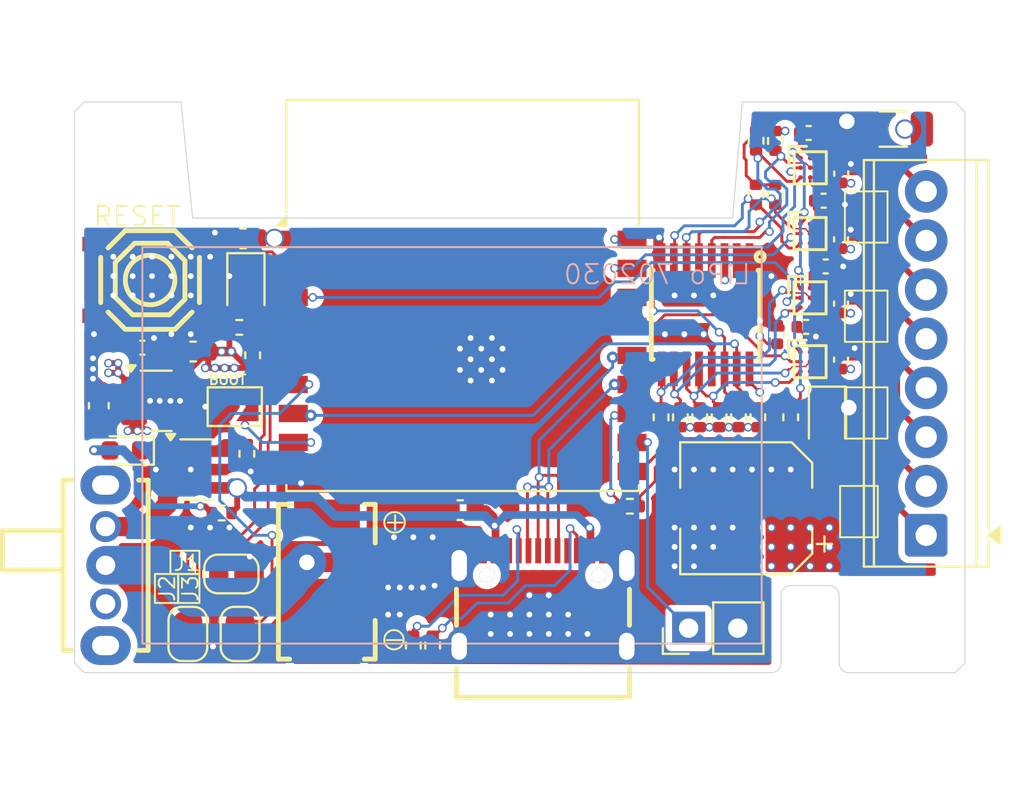
<source format=kicad_pcb>
(kicad_pcb (version 20241229) (generator "pcbnew") (generator_version "9.0")
  (layers (0 "F.Cu" signal) (4 "In1.Cu" signal) (6 "In2.Cu" signal) (2 "B.Cu" signal) (13 "F.Paste" user) (15 "B.Paste" user) (5 "F.SilkS" user "F.Silkscreen") (7 "B.SilkS" user "B.Silkscreen") (1 "F.Mask" user) (3 "B.Mask" user) (25 "Edge.Cuts" user))
  (net 0 "")
  (net 1 "+BATT")
  (net 2 "GND")
  (net 3 "+3V3")
  (net 4 "VBUS")
  (net 5 "Net-(D4-A)")
  (net 6 "/CC2")
  (net 7 "/Dm")
  (net 8 "/Dp")
  (net 9 "/CC1")
  (net 11 "Net-(D4-K)")
  (net 12 "Net-(U8-PROG)")
  (net 13 "Net-(U6-REG)")
  (net 14 "Net-(J2-Pin_2)")
  (net 15 "Net-(J2-Pin_6)")
  (net 16 "Net-(J2-Pin_5)")
  (net 17 "Net-(J2-Pin_3)")
  (net 18 "Net-(J2-Pin_7)")
  (net 19 "Net-(J2-Pin_1)")
  (net 20 "Net-(J2-Pin_4)")
  (net 21 "Net-(J2-Pin_8)")
  (net 22 "/SDA3")
  (net 23 "/SCL3")
  (net 24 "/SCL2")
  (net 25 "/SDA2")
  (net 26 "/SCL1")
  (net 27 "/SDA1")
  (net 28 "/SCL4")
  (net 29 "/SDA4")
  (net 30 "/PWM1")
  (net 31 "/PWM2")
  (net 32 "/PWM3")
  (net 33 "/PWM4")
  (net 34 "Net-(U9-REG)")
  (net 35 "Net-(U5-REG)")
  (net 36 "Net-(SW3-A)")
  (net 37 "Net-(D5-A)")
  (net 38 "Net-(U7-REG)")
  (net 39 "Net-(JP1-B)")
  (net 40 "/BATT_CHG")
  (net 41 "/SCL")
  (net 42 "/SDA")
  (net 43 "/DRV_EN")
  (net 44 "Net-(D6-A)")
  (net 45 "Net-(U1-IO21{slash}TXD)")
  (net 46 "Net-(J3-Pin_2)")
  (net 47 "Net-(JP4-A)")
  (net 48 "Net-(JP5-A)")
  (net 49 "Net-(JP6-A)")
  (net 50 "Net-(J4-Pin_1)")
  (footprint "Resistor_SMD:R_0402_1005Metric" (layer "F.Cu") (at 82.3 116.3 90)
    (property "Reference" "R11" (hide yes))
    (property "Value" "2.2k")
  )
  (footprint "Resistor_SMD:R_0402_1005Metric" (layer "F.Cu") (at 59.2 113.09 -90)
    (property "Reference" "R23" (hide yes))
    (property "Value" "10k")
  )
  (footprint "Resistor_SMD:R_0402_1005Metric" (layer "F.Cu") (at 58.9 118.19 -90)
    (property "Reference" "R4" (hide yes))
    (property "Value" "3.3k")
  )
  (footprint "Capacitor_SMD:C_0603_1608Metric" (layer "F.Cu") (at 51.25 115.7 90)
    (property "Reference" "C9" (hide yes))
    (property "Value" "10u")
  )
  (footprint "Resistor_SMD:R_0402_1005Metric" (layer "F.Cu") (at 84.3 116.3 90)
    (property "Reference" "R14" (hide yes))
    (property "Value" "2.2k")
  )
  (footprint "Capacitor_SMD:C_0402_1005Metric" (layer "F.Cu") (at 89.61 103.7 90)
    (property "Reference" "C10" (hide yes))
    (property "Value" "1uF")
  )
  (footprint "Jumper:SolderJumper-2_P1.3mm_Open_RoundedPad1.0x1.5mm" (layer "F.Cu") (at 58.1 124.4)
    (property "Reference" "JP4" (hide yes))
    (property "Value" "SolderJumper_2_Open")
  )
  (footprint "Capacitor_SMD:C_0402_1005Metric" (layer "F.Cu") (at 89.6 107.1 90)
    (property "Reference" "C5" (hide yes))
    (property "Value" "1uF")
  )
  (footprint "Jumper:SolderJumper-2_P1.3mm_Open_TrianglePad1.0x1.5mm" (layer "F.Cu") (at 58.275 115.75)
    (property "Reference" "JP1" (hide yes))
    (property "Value" "SolderJumper_2_Open")
  )
  (footprint "easyeda2kicad:DSBGA-9_L1.5-W1.5-R3-C3-P0.50-BL" (layer "F.Cu") (at 88 106.8 -90)
    (property "Reference" "U6" (hide yes))
    (property "Value" "DRV2605YZFR" (hide yes))
  )
  (footprint "MountingHole:MountingHole_2.2mm_M2" (layer "F.Cu") (at 92 127)
    (property "Reference" "H2" (hide yes))
    (property "Value" "MountingHole")
  )
  (footprint "Resistor_SMD:R_0402_1005Metric" (layer "F.Cu") (at 86.2 104.8 -90)
    (property "Reference" "R6" (hide yes))
    (property "Value" "2.2k")
  )
  (footprint "easyeda2kicad:DSBGA-9_L1.5-W1.5-R3-C3-P0.50-BL" (layer "F.Cu") (at 88 110.124 -90)
    (property "Reference" "U7" (hide yes))
    (property "Value" "DRV2605YZFR" (hide yes))
  )
  (footprint "Resistor_SMD:R_0402_1005Metric" (layer "F.Cu") (at 68.5 128.1 -90)
    (property "Reference" "R1" (hide yes))
    (property "Value" "5.1k")
  )
  (footprint "Capacitor_SMD:CP_Elec_6.3x7.7" (layer "F.Cu") (at 84.7 121 180)
    (property "Reference" "C12" (hide yes))
    (property "Value" "220u")
  )
  (footprint "Resistor_SMD:R_0402_1005Metric" (layer "F.Cu") (at 85.2 104.79 -90)
    (property "Reference" "R8" (hide yes))
    (property "Value" "2.2k")
  )
  (footprint "Capacitor_SMD:C_1206_3216Metric" (layer "F.Cu") (at 92.3 101.4 180)
    (property "Reference" "C17" (hide yes))
    (property "Value" "47u")
  )
  (footprint "easyeda2kicad:SW-SMD_4P-L5.1-W5.1-P3.70-LS6.5-TL_H1.5" (layer "F.Cu") (at 53.9 109.2 180)
    (property "Reference" "SW3" (hide yes))
    (property "Value" "TS-1187A-B-A-B")
  )
  (footprint "Capacitor_SMD:C_0603_1608Metric" (layer "F.Cu") (at 58.7 107.05 180)
    (property "Reference" "C16" (hide yes))
    (property "Value" "22u")
  )
  (footprint "Resistor_SMD:R_0402_1005Metric" (layer "F.Cu") (at 67.5 128.1 -90)
    (property "Reference" "R2" (hide yes))
    (property "Value" "5.1k")
  )
  (footprint "Connector_PinHeader_2.54mm:PinHeader_1x02_P2.54mm_Vertical" (layer "F.Cu") (at 81.725 127.2 90)
    (property "Reference" "J4" (hide yes))
    (property "Value" "Conn_01x02")
  )
  (footprint "LED_SMD:LED_0805_2012Metric" (layer "F.Cu") (at 58.85 109.5 -90)
    (property "Reference" "D5" (hide yes))
    (property "Value" "GREEN")
  )
  (footprint "easyeda2kicad:DSBGA-9_L1.5-W1.5-R3-C3-P0.50-BL" (layer "F.Cu") (at 88.01 103.4 -90)
    (property "Reference" "U5" (hide yes))
    (property "Value" "DRV2605YZFR" (hide yes))
  )
  (footprint "easyeda2kicad:DSBGA-9_L1.5-W1.5-R3-C3-P0.50-BL" (layer "F.Cu") (at 88 113.424 -90)
    (property "Reference" "U9" (hide yes))
    (property "Value" "DRV2605YZFR" (hide yes))
  )
  (footprint "Jumper:SolderJumper-2_P1.3mm_Open_RoundedPad1.0x1.5mm" (layer "F.Cu") (at 55.85 127.5 -90)
    (property "Reference" "JP5" (hide yes))
    (property "Value" "SolderJumper_2_Open")
  )
  (footprint "Capacitor_SMD:C_0603_1608Metric" (layer "F.Cu") (at 56.125 112.9 180)
    (property "Reference" "C8" (hide yes))
    (property "Value" "10u")
  )
  (footprint "TerminalBlock_Phoenix:TerminalBlock_Phoenix_MPT-0,5-8-2.54_1x08_P2.54mm_Horizontal" (layer "F.Cu") (at 94 122.4 90)
    (property "Reference" "J2" (hide yes))
    (property "Value" "Conn_01x08")
  )
  (footprint "Capacitor_SMD:C_0402_1005Metric" (layer "F.Cu") (at 88.7 105.1)
    (property "Reference" "C3" (hide yes))
    (property "Value" "1uF")
  )
  (footprint "Package_TO_SOT_SMD:SOT-23-5" (layer "F.Cu") (at 54.2125 115.45)
    (property "Reference" "U2" (hide yes))
    (property "Value" "XC6220B331MR")
  )
  (footprint "easyeda2kicad:SW-TH_SK12D07VG3" (layer "F.Cu") (at 51.6 123.95 -90)
    (property "Reference" "SW2" (hide yes))
    (property "Value" "SW_SPDT")
  )
  (footprint "MountingHole:MountingHole_2.2mm_M2" (layer "F.Cu") (at 52.5 102.5)
    (property "Reference" "H1" (hide yes))
    (property "Value" "MountingHole")
  )
  (footprint "Capacitor_SMD:C_0402_1005Metric" (layer "F.Cu") (at 86.3 112.02 -90)
    (property "Reference" "C22" (hide yes))
    (property "Value" "100n")
  )
  (footprint "Resistor_SMD:R_0402_1005Metric" (layer "F.Cu") (at 86.21 102.01 -90)
    (property "Reference" "R9" (hide yes))
    (property "Value" "2.2k")
  )
  (footprint "Jumper:SolderJumper-2_P1.3mm_Open_RoundedPad1.0x1.5mm" (layer "F.Cu") (at 58.55 127.5 -90)
    (property "Reference" "JP6" (hide yes))
    (property "Value" "SolderJumper_2_Open")
  )
  (footprint "Capacitor_SMD:C_0603_1608Metric" (layer "F.Cu") (at 69.925 121.1 180)
    (property "Reference" "C7" (hide yes))
    (property "Value" "10u")
  )
  (footprint "Resistor_SMD:R_0402_1005Metric" (layer "F.Cu") (at 80.3 116.3 90)
    (property "Reference" "R5" (hide yes))
    (property "Value" "2.2k")
  )
  (footprint "Resistor_SMD:R_0402_1005Metric" (layer "F.Cu") (at 85.21 102 -90)
    (property "Reference" "R10" (hide yes))
    (property "Value" "2.2k")
  )
  (footprint "Resistor_SMD:R_0402_1005Metric" (layer "F.Cu") (at 81.3 116.3 90)
    (property "Reference" "R3" (hide yes))
    (property "Value" "2.2k")
  )
  (footprint "Capacitor_SMD:C_0402_1005Metric" (layer "F.Cu") (at 87.8 111.624)
    (property "Reference" "C1" (hide yes))
    (property "Value" "1uF")
  )
  (footprint "Resistor_SMD:R_0402_1005Metric" (layer "F.Cu") (at 57.6 121.25 180)
    (property "Reference" "R7" (hide yes))
    (property "Value" "220")
  )
  (footprint "Resistor_SMD:R_0402_1005Metric" (layer "F.Cu") (at 85.3 116.3 90)
    (property "Reference" "R15" (hide yes))
    (property "Value" "2.2k")
  )
  (footprint "Capacitor_SMD:C_0402_1005Metric" (layer "F.Cu") (at 89.6 110.424 90)
    (property "Reference" "C6" (hide yes))
    (property "Value" "1uF")
  )
  (footprint "Resistor_SMD:R_0402_1005Metric" (layer "F.Cu") (at 58.51 111.65)
    (property "Reference" "R13" (hide yes))
    (property "Value" "100")
  )
  (footprint "Capacitor_SMD:C_0402_1005Metric" (layer "F.Cu") (at 87.93 101.6)
    (property "Reference" "C4" (hide yes))
    (property "Value" "1uF")
  )
  (footprint "Resistor_SMD:R_0402_1005Metric" (layer "F.Cu") (at 83.3 116.3 90)
    (property "Reference" "R12" (hide yes))
    (property "Value" "2.2k")
  )
  (footprint "Capacitor_SMD:C_0402_1005Metric" (layer "F.Cu") (at 88.81 108.5)
    (property "Reference" "C2" (hide yes))
    (property "Value" "1uF")
  )
  (footprint "Capacitor_SMD:C_0402_1005Metric" (layer "F.Cu") (at 89.6 113.324 90)
    (property "Reference" "C11" (hide yes))
    (property "Value" "1uF")
  )
  (footprint "LED_SMD:LED_0603_1608Metric" (layer "F.Cu") (at 52.6125 118.0125 180)
    (property "Reference" "D4" (hide yes))
    (property "Value" "RED")
  )
  (footprint "easyeda2kicad:SOP-16_L5.0-W4.4-P0.65-LS6.4-BL" (layer "F.Cu") (at 82.6 111 180)
    (property "Reference" "U3" (hide yes))
    (property "Value" "PCA9546APW,118")
  )
  (footprint "RF_Module:ESP32-C3-WROOM-02" (layer "F.Cu") (at 70.05 113.1)
    (property "Reference" "U1" (hide yes))
    (property "Value" "ESP32-C3-WROOM-02" (hide yes))
  )
  (footprint "Package_TO_SOT_SMD:SOT-23-5" (layer "F.Cu") (at 56.2625 119)
    (property "Reference" "U8" (hide yes))
    (property "Value" "TP4054")
  )
  (footprint "LED_SMD:LED_0805_2012Metric" (layer "F.Cu") (at 88.9 116.4 -90)
    (property "Reference" "D6" (hide yes))
    (property "Value" "YELLOW")
  )
  (footprint "Resistor_SMD:R_0402_1005Metric" (layer "F.Cu") (at 78.69 120.9)
    (property "Reference" "R16" (hide yes))
    (property "Value" "100")
  )
  (footprint "easyeda2kicad:CONN-SMD_B2B-PH-SM4-TB-LF-SN" (layer "F.Cu") (at 64.2 124.8 -90)
    (property "Reference" "J3" (hide yes))
    (property "Value" "Conn_01x02_Socket" (hide yes))
  )
  (footprint "Capacitor_SMD:C_0402_1005Metric" (layer "F.Cu") (at 53.5 112.7)
    (property "Reference" "C15" (hide yes))
    (property "Value" "100n")
  )
  (footprint "easyeda2kicad:USB-C_SMD-TYPE-C-31-M-12" (layer "F.Cu") (at 74.2 125.67)
    (property "Reference" "J1" (hide yes))
    (property "Value" "USB_C_Receptacle_USB2.0_14P")
  )
  (footprint "Resistor_SMD:R_0402_1005Metric" (layer "F.Cu") (at 87 116.3 90)
    (property "Reference" "R24" (hide yes))
    (property "Value" "10k")
  )
  (gr_circle (center 66.531507 121.731507) (end 66.881507 121.331507) (stroke (width 0.1)) (fill no) (layer "F.SilkS"))
  (gr_rect (start 54.15 124.4) (end 55.35 125.9) (stroke (width 0.1)) (fill no) (layer "F.SilkS"))
  (gr_rect (start 55.35 124.4) (end 56.45 125.9) (stroke (width 0.1)) (fill no) (layer "F.SilkS"))
  (gr_rect (start 89.55 119.85) (end 91.5 122.5) (stroke (width 0.1)) (fill no) (layer "F.SilkS"))
  (gr_circle (center 66.5 127.8) (end 66.9 127.5) (stroke (width 0.1)) (fill no) (layer "F.SilkS"))
  (gr_rect (start 89.8 109.75) (end 92 112.4) (stroke (width 0.1)) (fill no) (layer "F.SilkS"))
  (gr_rect (start 89.8 104.62) (end 92 107.27) (stroke (width 0.1)) (fill no) (layer "F.SilkS"))
  (gr_rect (start 54.95 123.2) (end 56.45 124.4) (stroke (width 0.1)) (fill no) (layer "F.SilkS"))
  (gr_rect (start 89.8 114.75) (end 92 117.4) (stroke (width 0.1)) (fill no) (layer "F.SilkS"))
  (gr_rect (start 53.5 107.5) (end 85.5 128) (stroke (width 0.1)) (fill no) (layer "B.SilkS"))
  (gr_line (start 84.5 100) (end 84 106) (stroke (width 0.05)) (layer "Edge.Cuts"))
  (gr_line (start 95.5 100) (end 84.5 100) (stroke (width 0.05)) (layer "Edge.Cuts"))
  (gr_line (start 96 100.5) (end 95.5 100) (stroke (width 0.05)) (layer "Edge.Cuts"))
  (gr_line (start 50.5 100) (end 55.5 100) (stroke (width 0.05)) (layer "Edge.Cuts"))
  (gr_arc (start 90 129.499999) (mid 89.646447 129.353553) (end 89.500001 129) (stroke (width 0.05)) (layer "Edge.Cuts"))
  (gr_arc (start 86.5 129) (mid 86.353553 129.353553) (end 86 129.5) (stroke (width 0.05)) (layer "Edge.Cuts"))
  (gr_line (start 90 129.499999) (end 95.5 129.5) (stroke (width 0.05)) (layer "Edge.Cuts"))
  (gr_line (start 86.5 125.5) (end 86.5 129) (stroke (width 0.05)) (layer "Edge.Cuts"))
  (gr_line (start 84 106) (end 56.1 106) (stroke (width 0.05)) (layer "Edge.Cuts"))
  (gr_line (start 87 125) (end 89 125) (stroke (width 0.05)) (layer "Edge.Cuts"))
  (gr_line (start 56.1 106) (end 55.5 100) (stroke (width 0.05)) (layer "Edge.Cuts"))
  (gr_arc (start 89 125) (mid 89.353553 125.146447) (end 89.5 125.5) (stroke (width 0.05)) (layer "Edge.Cuts"))
  (gr_line (start 89.5 125.5) (end 89.5 129) (stroke (width 0.05)) (layer "Edge.Cuts"))
  (gr_arc (start 86.5 125.5) (mid 86.646447 125.146447) (end 87 125) (stroke (width 0.05)) (layer "Edge.Cuts"))
  (gr_line (start 50.5 129.5) (end 50 129) (stroke (width 0.05)) (layer "Edge.Cuts"))
  (gr_line (start 96 129) (end 96 100.5) (stroke (width 0.05)) (layer "Edge.Cuts"))
  (gr_line (start 50.5 100) (end 50 100.5) (stroke (width 0.05)) (layer "Edge.Cuts"))
  (gr_line (start 50.5 129.5) (end 86 129.5) (stroke (width 0.05)) (layer "Edge.Cuts"))
  (gr_line (start 50 100.5) (end 50 129) (stroke (width 0.05)) (layer "Edge.Cuts"))
  (gr_line (start 95.5 129.5) (end 96 129) (stroke (width 0.05)) (layer "Edge.Cuts"))
  (gr_text "J3" (at 56.45 125.9 90) (layer "F.SilkS") (effects (font (size 0.8 0.8) (thickness 0.1)) (justify left bottom)))
  (gr_text "RESET" (at 50.9 106.5 0) (layer "F.SilkS") (effects (font (size 1 1) (thickness 0.1)) (justify left bottom)))
  (gr_text "+" (at 65.875 122.25 0) (layer "F.SilkS") (effects (font (size 1 1) (thickness 0.1)) (justify left bottom)))
  (gr_text "J2" (at 55.25 125.9 90) (layer "F.SilkS") (effects (font (size 0.8 0.8) (thickness 0.1)) (justify left bottom)))
  (gr_text "J1" (at 55.05 124.3 0) (layer "F.SilkS") (effects (font (size 0.8 0.8) (thickness 0.1)) (justify left bottom)))
  (gr_text "BOOT" (at 56.875 114.65 0) (layer "F.SilkS") (effects (font (size 0.5 0.5) (thickness 0.1)) (justify left bottom)))
  (gr_text "-" (at 65.825 128.325 0) (layer "F.SilkS") (effects (font (size 1 1) (thickness 0.1)) (justify left bottom)))
  (gr_text "LiPo 702030" (at 85 109.5 0) (layer "B.SilkS") (effects (font (size 1 1) (thickness 0.1)) (justify left bottom mirror)))
  (segment (start 53.075 116.4) (end 53.075 116.675) (width 0.3) (layer "F.Cu") (net 1))
  (segment (start 53.25 116.575) (end 53.075 116.4) (width 0.3) (layer "F.Cu") (net 1))
  (segment (start 53.25 117) (end 53.25 116.575) (width 0.3) (layer "F.Cu") (net 1))
  (segment (start 88 110.924) (end 88 110.624) (width 0.15) (layer "F.Cu") (net 1))
  (segment (start 89.49 104.3) (end 89.61 104.18) (width 0.15) (layer "F.Cu") (net 1))
  (segment (start 88.2 114.424) (end 88 114.224) (width 0.15) (layer "F.Cu") (net 1))
  (segment (start 89.32 113.804) (end 89.6 113.804) (width 0.15) (layer "F.Cu") (net 1))
  (segment (start 89.6 110.904) (end 90.08 110.904) (width 0.15) (layer "F.Cu") (net 1))
  (segment (start 52.25 113.5) (end 51.75 113.5) (width 0.3) (layer "F.Cu") (net 1))
  (segment (start 53.075 116.4) (end 51.325 116.4) (width 0.3) (layer "F.Cu") (net 1))
  (segment (start 89.61 104.18) (end 90.09 104.18) (width 0.15) (layer "F.Cu") (net 1))
  (segment (start 88.01 103.9) (end 88.01 104.2) (width 0.15) (layer "F.Cu") (net 1))
  (segment (start 89.6 107.58) (end 89.02 107.58) (width 0.15) (layer "F.Cu") (net 1))
  (segment (start 90.096 113.804) (end 90.1 113.8) (width 0.15) (layer "F.Cu") (net 1))
  (segment (start 88 114.224) (end 88 113.924) (width 0.15) (layer "F.Cu") (net 1))
  (segment (start 52.75 114.5) (end 52.25 114) (width 0.3) (layer "F.Cu") (net 1))
  (segment (start 89.02 110.904) (end 88.9 111.024) (width 0.15) (layer "F.Cu") (net 1))
  (segment (start 52.25 114) (end 51.75 114) (width 0.3) (layer "F.Cu") (net 1))
  (segment (start 89.6 107.58) (end 90.08 107.58) (width 0.15) (layer "F.Cu") (net 1))
  (segment (start 51.325 116.4) (end 51.25 116.475) (width 0.3) (layer "F.Cu") (net 1))
  (segment (start 89.02 107.58) (end 88.9 107.7) (width 0.15) (layer "F.Cu") (net 1))
  (segment (start 53.75 117) (end 53.675 117) (width 0.3) (layer "F.Cu") (net 1))
  (segment (start 89.6 113.804) (end 90.096 113.804) (width 0.15) (layer "F.Cu") (net 1))
  (segment (start 52.75 117) (end 53.25 117) (width 0.3) (layer "F.Cu") (net 1))
  (segment (start 93.775 101.4) (end 92.9 101.4) (width 0.3) (layer "F.Cu") (net 1))
  (segment (start 53.675 117) (end 53.075 116.4) (width 0.3) (layer "F.Cu") (net 1))
  (segment (start 53.25 117) (end 53.75 117) (width 0.3) (layer "F.Cu") (net 1))
  (segment (start 88.9 107.7) (end 88.1 107.7) (width 0.15) (layer "F.Cu") (net 1))
  (segment (start 52.25 114) (end 52.25 113.5) (width 0.3) (layer "F.Cu") (net 1))
  (segment (start 88.11 104.3) (end 89.49 104.3) (width 0.15) (layer "F.Cu") (net 1))
  (segment (start 53.075 116.675) (end 52.75 117) (width 0.3) (layer "F.Cu") (net 1))
  (segment (start 90.09 104.18) (end 90.11 104.2) (width 0.15) (layer "F.Cu") (net 1))
  (segment (start 88.9 111.024) (end 88.1 111.024) (width 0.15) (layer "F.Cu") (net 1))
  (segment (start 53.075 114.5) (end 52.75 114.5) (width 0.3) (layer "F.Cu") (net 1))
  (segment (start 90.08 110.904) (end 90.1 110.924) (width 0.15) (layer "F.Cu") (net 1))
  (segment (start 88.1 111.024) (end 88 110.924) (width 0.15) (layer "F.Cu") (net 1))
  (segment (start 88.1 107.7) (end 88 107.6) (width 0.15) (layer "F.Cu") (net 1))
  (segment (start 88.01 104.2) (end 88.11 104.3) (width 0.15) (layer "F.Cu") (net 1))
  (segment (start 88.7 114.424) (end 89.32 113.804) (width 0.15) (layer "F.Cu") (net 1))
  (segment (start 90.08 107.58) (end 90.1 107.6) (width 0.15) (layer "F.Cu") (net 1))
  (segment (start 88 107.6) (end 88 107.3) (width 0.15) (layer "F.Cu") (net 1))
  (segment (start 88.7 114.424) (end 88.2 114.424) (width 0.15) (layer "F.Cu") (net 1))
  (segment (start 89.6 110.904) (end 89.02 110.904) (width 0.15) (layer "F.Cu") (net 1))
  (via (at 90.1 107.6) (size 0.45) (drill 0.3) (layers "F.Cu" "B.Cu") (net 1))
  (via (at 51.75 114) (size 0.45) (drill 0.3) (layers "F.Cu" "B.Cu") (net 1))
  (via (at 51.75 113.5) (size 0.45) (drill 0.3) (layers "F.Cu" "B.Cu") (net 1))
  (via (at 90.1 113.8) (size 0.45) (drill 0.3) (layers "F.Cu" "B.Cu") (net 1))
  (via (at 89 123) (size 0.45) (drill 0.3) (layers "F.Cu" "B.Cu") (net 1))
  (via (at 88 124) (size 0.45) (drill 0.3) (layers "F.Cu" "B.Cu") (net 1))
  (via (at 87 124) (size 0.45) (drill 0.3) (layers "F.Cu" "B.Cu") (net 1))
  (via (at 89 124) (size 0.45) (drill 0.3) (layers "F.Cu" "B.Cu") (net 1))
  (via (at 87 122) (size 0.45) (drill 0.3) (layers "F.Cu" "B.Cu") (net 1))
  (via (at 87 123) (size 0.45) (drill 0.3) (layers "F.Cu" "B.Cu") (net 1))
  (via (at 86 122) (size 0.45) (drill 0.3) (layers "F.Cu" "B.Cu") (net 1))
  (via (at 86 124) (size 0.45) (drill 0.3) (layers "F.Cu" "B.Cu") (net 1))
  (via (at 88 122) (size 0.45) (drill 0.3) (layers "F.Cu" "B.Cu") (net 1))
  (via (at 52.75 117) (size 0.45) (drill 0.3) (layers "F.Cu" "B.Cu") (net 1))
  (via (at 92.9 101.4) (size 1) (drill 0.8) (layers "F.Cu" "B.Cu") (net 1))
  (via (at 53.25 117) (size 0.45) (drill 0.3) (layers "F.Cu" "B.Cu") (net 1))
  (via (at 90.11 104.2) (size 0.45) (drill 0.3) (layers "F.Cu" "B.Cu") (net 1))
  (via (at 89 122) (size 0.45) (drill 0.3) (layers "F.Cu" "B.Cu") (net 1))
  (via (at 52.25 113.5) (size 0.45) (drill 0.3) (layers "F.Cu" "B.Cu") (net 1))
  (via (at 90.1 110.924) (size 0.45) (drill 0.3) (layers "F.Cu" "B.Cu") (net 1))
  (via (at 88 123) (size 0.45) (drill 0.3) (layers "F.Cu" "B.Cu") (net 1))
  (via (at 53.75 117) (size 0.45) (drill 0.3) (layers "F.Cu" "B.Cu") (net 1))
  (via (at 86 123) (size 0.45) (drill 0.3) (layers "F.Cu" "B.Cu") (net 1))
  (via (at 52.25 114) (size 0.45) (drill 0.3) (layers "F.Cu" "B.Cu") (net 1))
  (segment (start 86.3 111.54) (end 85.64 111.54) (width 0.15) (layer "F.Cu") (net 2))
  (segment (start 88.28 112.104) (end 88.3 112.124) (width 0.15) (layer "F.Cu") (net 2))
  (segment (start 58.9 118.7) (end 58.9 118.9) (width 0.5) (layer "F.Cu") (net 2))
  (segment (start 89.6 112.844) (end 90.18 112.844) (width 0.15) (layer "F.Cu") (net 2))
  (segment (start 55.45 115.45) (end 53.075 115.45) (width 0.4) (layer "F.Cu") (net 2))
  (segment (start 69.4 128.61) (end 69.87 128.14) (width 0.15) (layer "F.Cu") (net 2))
  (segment (start 90.08 106.62) (end 90.1 106.6) (width 0.15) (layer "F.Cu") (net 2))
  (segment (start 50.95 114.3) (end 50.95 113.8) (width 0.5) (layer "F.Cu") (net 2))
  (segment (start 89.6 109.944) (end 90.08 109.944) (width 0.15) (layer "F.Cu") (net 2))
  (segment (start 57.925 107.05) (end 57.55 107.05) (width 0.3) (layer "F.Cu") (net 2))
  (segment (start 57.2 107.05) (end 56.9 107.35) (width 0.3) (layer "F.Cu") (net 2))
  (segment (start 58.7 128.1) (end 58.6 128.2) (width 0.15) (layer "F.Cu") (net 2))
  (segment (start 56.9 107.35) (end 56.9 107.9) (width 0.5) (layer "F.Cu") (net 2))
  (segment (start 66.2 126.5) (end 66.8 126.5) (width 0.5) (layer "F.Cu") (net 2))
  (segment (start 55.125 119) (end 56 119) (width 0.5) (layer "F.Cu") (net 2))
  (segment (start 61.3 119.3) (end 61.7 119.7) (width 0.5) (layer "F.Cu") (net 2))
  (segment (start 88.5 113.424) (end 89.08 112.844) (width 0.15) (layer "F.Cu") (net 2))
  (segment (start 58.9 118.9) (end 59.1 119.1) (width 0.5) (layer "F.Cu") (net 2))
  (segment (start 68.5 128.61) (end 69.4 128.61) (width 0.15) (layer "F.Cu") (net 2))
  (segment (start 88.41 101.6) (end 89.3 101.6) (width 0.3) (layer "F.Cu") (net 2))
  (segment (start 68.6 125) (end 68.5 125.1) (width 0.5) (layer "F.Cu") (net 2))
  (segment (start 54.95 115.45) (end 55.45 115.45) (width 0.3) (layer "F.Cu") (net 2))
  (segment (start 69.15 123.24) (end 69.87 123.96) (width 0.5) (layer "F.Cu") (net 2))
  (segment (start 70.63 123.2) (end 69.87 123.96) (width 0.5) (layer "F.Cu") (net 2))
  (segment (start 88.51 103.4) (end 89.43 103.4) (width 0.15) (layer "F.Cu") (net 2))
  (segment (start 68.5 125.1) (end 68 125.1) (width 0.5) (layer "F.Cu") (net 2))
  (segment (start 80.33 107.13) (end 80.2 107) (width 0.15) (layer "F.Cu") (net 2))
  (segment (start 56.9 107.9) (end 57 108) (width 0.5) (layer "F.Cu") (net 2))
  (segment (start 89.43 103.4) (end 89.61 103.22) (width 0.15) (layer "F.Cu") (net 2))
  (segment (start 89.08 112.844) (end 89.6 112.844) (width 0.15) (layer "F.Cu") (net 2))
  (segment (start 85.64 111.54) (end 85.4 111.3) (width 0.15) (layer "F.Cu") (net 2))
  (segment (start 82.92 112.62) (end 82.8 112.5) (width 0.15) (layer "F.Cu") (net 2))
  (segment (start 87 116.81) (end 87.5525 116.81) (width 0.15) (layer "F.Cu") (net 2))
  (segment (start 67.4 125.1) (end 68 125.1) (width 0.5) (layer "F.Cu") (net 2))
  (segment (start 89.29 108.5) (end 89.71 108.5) (width 0.15) (layer "F.Cu") (net 2))
  (segment (start 57.15 128.15) (end 55.85 128.15) (width 0.15) (layer "F.Cu") (net 2))
  (segment (start 55.125 119) (end 54.2 119) (width 0.5) (layer "F.Cu") (net 2))
  (segment (start 89.6 106.62) (end 90.08 106.62) (width 0.15) (layer "F.Cu") (net 2))
  (segment (start 58.55 128.15) (end 57.15 128.15) (width 0.15) (layer "F.Cu") (net 2))
  (segment (start 90.09 103.22) (end 90.11 103.2) (width 0.15) (layer "F.Cu") (net 2))
  (segment (start 90.08 109.944) (end 90.1 109.924) (width 0.15) (layer "F.Cu") (net 2))
  (segment (start 90.825 101.4) (end 90.3 101.4) (width 0.3) (layer "F.Cu") (net 2))
  (segment (start 56.9 107.35) (end 50.9 107.35) (width 0.5) (layer "F.Cu") (net 2))
  (segment (start 88.5 110.124) (end 89.42 110.124) (width 0.15) (layer "F.Cu") (net 2))
  (segment (start 77.77 123.2) (end 78.53 123.96) (width 0.5) (layer "F.Cu") (net 2))
  (segment (start 87.5525 116.81) (end 88.9 115.4625) (width 0.15) (layer "F.Cu") (net 2))
  (segment (start 53.98 112.32) (end 54.1 112.2) (width 0.5) (layer "F.Cu") (net 2))
  (segment (start 58.9 124.4) (end 58.9 123.8) (width 0.15) (layer "F.Cu") (net 2))
  (segment (start 89.42 106.8) (end 89.6 106.62) (width 0.15) (layer "F.Cu") (net 2))
  (segment (start 67.5 128.61) (end 68.5 128.61) (width 0.15) (layer "F.Cu") (net 2))
  (segment (start 78.83 128.61) (end 78.52 128.3) (width 0.5) (layer "F.Cu") (net 2))
  (segment (start 53.98 112.7) (end 55.15 112.7) (width 0.5) (layer "F.Cu") (net 2))
  (segment (start 82.92 113.8) (end 82.92 112.62) (width 0.15) (layer "F.Cu") (net 2))
  (segment (start 89.18 105.1) (end 89.6 105.1) (width 0.15) (layer "F.Cu") (net 2))
  (segment (start 89.3 101.6) (end 89.9 101) (width 0.3) (layer "F.Cu") (net 2))
  (segment (start 51.25 114.6) (end 50.95 114.3) (width 0.5) (layer "F.Cu") (net 2))
  (segment (start 88.28 111.624) (end 88.28 112.104) (width 0.15) (layer "F.Cu") (net 2))
  (segment (start 90.3 101.4) (end 89.9 101) (width 0.3) (layer "F.Cu") (net 2))
  (segment (start 55.15 112.7) (end 55.35 112.9) (width 0.5) (layer "F.Cu") (net 2))
  (segment (start 54.4 115.45) (end 54.95 115.45) (width 0.3) (layer "F.Cu") (net 2))
  (segment (start 53.98 112.7) (end 53.98 112.32) (width 0.5) (layer "F.Cu") (net 2))
  (segment (start 69.15 121.1) (end 69.15 123.24) (width 0.5) (layer "F.Cu") (net 2))
  (segment (start 53.075 115.45) (end 53.9 115.45) (width 0.5) (layer "F.Cu") (net 2))
  (segment (start 51.25 114.925) (end 51.25 114.6) (width 0.5) (layer "F.Cu") (net 2))
  (segment (start 58.85 108.5625) (end 58.4375 108.5625) (width 0.3) (layer "F.Cu") (net 2))
  (segment (start 61.3 119.1) (end 61.3 119.3) (width 0.5) (layer "F.Cu") (net 2))
  (segment (start 80.33 108.2) (end 80.33 107.13) (width 0.15) (layer "F.Cu") (net 2))
  (segment (start 89.6 105.1) (end 89.8 105.3) (width 0.15) (layer "F.Cu") (net 2))
  (segment (start 89.61 103.22) (end 90.09 103.22) (width 0.15) (layer "F.Cu") (net 2))
  (segment (start 53.9 115.45) (end 54.4 115.45) (width 0.3) (layer "F.Cu") (net 2))
  (segment (start 58.75 123.8) (end 59.05 123.5) (width 0.15) (layer "F.Cu") (net 2))
  (segment (start 88.9 115.4625) (end 89.6625 115.4625) (width 0.15) (layer "F.Cu") (net 2))
  (segment (start 89.42 110.124) (end 89.6 109.944) (width 0.15) (layer "F.Cu") (net 2))
  (segment (start 89.6625 115.4625) (end 90 115.8) (width 0.15) (layer "F.Cu") (net 2))
  (segment (start 58.4375 108.5625) (end 58 109) (width 0.3) (layer "F.Cu") (net 2))
  (segment (start 57.925 107.05) (end 57.2 107.05) (width 0.3) (layer "F.Cu") (net 2))
  (segment (start 53.075 115.45) (end 51.775 115.45) (width 0.4) (layer "F.Cu") (net 2))
  (segment (start 77.55 123.2) (end 77.77 123.2) (width 0.5) (layer "F.Cu") (net 2))
  (segment (start 50.95 113.8) (end 50.95 113.25) (width 0.5) (layer "F.Cu") (net 2))
  (segment (start 57.55 115.75) (end 56.75 115.75) (width 0.3) (layer "F.Cu") (net 2))
  (segment (start 66.2 125.1) (end 66.8 125.1) (width 0.5) (layer "F.Cu") (net 2))
  (segment (start 66.8 125.1) (end 67.4 125.1) (width 0.5) (layer "F.Cu") (net 2))
  (segment (start 90.18 112.844) (end 90.3 112.724) (width 0.15) (layer "F.Cu") (net 2))
  (segment (start 57.55 107.05) (end 57.25 106.75) (width 0.3) (layer "F.Cu") (net 2))
  (segment (start 51.775 115.45) (end 51.25 114.925) (width 0.4) (layer "F.Cu") (net 2))
  (segment (start 88.5 106.8) (end 89.42 106.8) (width 0.15) (layer "F.Cu") (net 2))
  (via (at 55 108) (size 0.45) (drill 0.3) (layers "F.Cu" "B.Cu") (net 2))
  (via (at 54.2 119) (size 0.45) (drill 0.3) (layers "F.Cu" "B.Cu") (net 2))
  (via (at 86 119) (size 0.45) (drill 0.3) (layers "F.Cu" "B.Cu") (net 2))
  (via (at 66.5 122.5) (size 0.45) (drill 0.3) (layers "F.Cu" "B.Cu") (net 2))
  (via (at 54.1 112.2) (size 0.45) (drill 0.3) (layers "F.Cu" "B.Cu") (net 2))
  (via (at 83 122) (size 0.45) (drill 0.3) (layers "F.Cu" "B.Cu") (net 2))
  (via (at 83 110) (size 0.45) (drill 0.3) (layers "F.Cu" "B.Cu") (net 2))
  (via (at 89.71 108.5) (size 0.45) (drill 0.3) (layers "F.Cu" "B.Cu") (net 2))
  (via (at 72.5 126.5) (size 0.45) (drill 0.3) (layers "F.Cu" "B.Cu") (net 2))
  (via (at 56.75 115.75) (size 0.45) (drill 0.3) (layers "F.Cu" "B.Cu") (net 2))
  (via (at 56 119) (size 0.45) (drill 0.3) (layers "F.Cu" "B.Cu") (net 2))
  (via (at 81 122) (size 0.45) (drill 0.3) (layers "F.Cu" "B.Cu") (net 2))
  (via (at 57.15 128.15) (size 0.45) (drill 0.3) (layers "F.Cu" "B.Cu") (net 2))
  (via (at 55.45 115.45) (size 0.45) (drill 0.3) (layers "F.Cu" "B.Cu") (net 2))
  (via (at 75.5 126.5) (size 0.45) (drill 0.3) (layers "F.Cu" "B.Cu") (net 2))
  (via (at 66.8 125.1) (size 0.45) (drill 0.3) (layers "F.Cu" "B.Cu") (net 2))
  (via (at 81 119) (size 0.45) (drill 0.3) (layers "F.Cu" "B.Cu") (net 2))
  (via (at 50.95 114.3) (size 0.45) (drill 0.3) (layers "F.Cu" "B.Cu") (net 2))
  (via (at 73.5 125.5) (size 0.45) (drill 0.3) (layers "F.Cu" "B.Cu") (net 2))
  (via (at 66.2 126.5) (size 0.45) (drill 0.3) (layers "F.Cu" "B.Cu") (net 2))
  (via (at 68 125.1) (size 0.45) (drill 0.3) (layers "F.Cu" "B.Cu") (net 2))
  (via (at 89.9 101) (size 1) (drill 0.8) (layers "F.Cu" "B.Cu") (net 2))
  (via (at 56 109) (size 0.45) (drill 0.3) (layers "F.Cu" "B.Cu") (net 2))
  (via (at 57 108) (size 0.45) (drill 0.3) (layers "F.Cu" "B.Cu") (net 2))
  (via (at 54 108) (size 0.45) (drill 0.3) (layers "F.Cu" "B.Cu") (net 2))
  (via (at 56 110) (size 0.45) (drill 0.3) (layers "F.Cu" "B.Cu") (net 2))
  (via (at 89.8 105.3) (size 0.45) (drill 0.3) (layers "F.Cu" "B.Cu") (net 2))
  (via (at 90.3 112.724) (size 0.45) (drill 0.3) (layers "F.Cu" "B.Cu") (net 2))
  (via (at 54 110) (size 0.45) (drill 0.3) (layers "F.Cu" "B.Cu") (net 2))
  (via (at 76.5 127.5) (size 0.45) (drill 0.3) (layers "F.Cu" "B.Cu") (net 2))
  (via (at 85.4 111.3) (size 0.45) (drill 0.3) (layers "F.Cu" "B.Cu") (net 2))
  (via (at 86 109) (size 0.45) (drill 0.3) (layers "F.Cu" "B.Cu") (net 2))
  (via (at 53 108) (size 0.45) (drill 0.3) (layers "F.Cu" "B.Cu") (net 2))
  (via (at 80.5 112) (size 0.45) (drill 0.3) (layers "F.Cu" "B.Cu") (net 2))
  (via (at 71.5 127.5) (size 0.45) (drill 0.3) (layers "F.Cu" "B.Cu") (net 2))
  (via (at 71.5 126.5) (size 0.45) (drill 0.3) (layers "F.Cu" "B.Cu") (net 2))
  (via (at 90 115.8) (size 1) (drill 0.8) (layers "F.Cu" "B.Cu") (net 2))
  (via (at 73.5 126.5) (size 0.45) (drill 0.3) (layers "F.Cu" "B.Cu") (net 2))
  (via (at 73.5 127.5) (size 0.45) (drill 0.3) (layers "F.Cu" "B.Cu") (net 2))
  (via (at 82 119) (size 0.45) (drill 0.3) (layers "F.Cu" "B.Cu") (net 2))
  (via (at 88.3 112.124) (size 0.45) (drill 0.3) (layers "F.Cu" "B.Cu") (net 2))
  (via (at 83 123) (size 0.45) (drill 0.3) (layers "F.Cu" "B.Cu") (net 2))
  (via (at 61.7 119.7) (size 0.45) (drill 0.3) (layers "F.Cu" "B.Cu") (net 2))
  (via (at 53 109) (size 0.45) (drill 0.3) (layers "F.Cu" "B.Cu") (net 2))
  (via (at 57 122) (size 0.45) (drill 0.3) (layers "F.Cu" "B.Cu") (net 2))
  (via (at 84 122) (size 0.45) (drill 0.3) (layers "F.Cu" "B.Cu") (net 2))
  (via (at 85 119) (size 0.45) (drill 0.3) (layers "F.Cu" "B.Cu") (net 2))
  (via (at 52 108) (size 0.45) (drill 0.3) (layers "F.Cu" "B.Cu") (net 2))
  (via (at 81 123) (size 0.45) (drill 0.3) (layers "F.Cu" "B.Cu") (net 2))
  (via (at 74.5 127.5) (size 0.45) (drill 0.3) (layers "F.Cu" "B.Cu") (net 2))
  (via (at 50.95 113.25) (size 0.45) (drill 0.3) (layers "F.Cu" "B.Cu") (net 2))
  (via (at 82.5 112) (size 0.45) (drill 0.3) (layers "F.Cu" "B.Cu") (net 2))
  (via (at 87 119) (size 0.45) (drill 0.3) (layers "F.Cu" "B.Cu") (net 2))
  (via (at 54.4 115.45) (size 0.45) (drill 0.3) (layers "F.Cu" "B.Cu") (net 2))
  (via (at 82 110) (size 0.45) (drill 0.3) (layers "F.Cu" "B.Cu") (net 2))
  (via (at 67.4 125.1) (size 0.45) (drill 0.3) (layers "F.Cu" "B.Cu") (net 2))
  (via (at 75.5 127.5) (size 0.45) (drill 0.3) (layers "F.Cu" "B.Cu") (net 2))
  (via (at 90.11 103.2) (size 0.45) (drill 0.3) (layers "F.Cu" "B.Cu") (net 2))
  (via (at 54 109) (size 0.45) (drill 0.3) (layers "F.Cu" "B.Cu") (net 2))
  (via (at 55 112) (size 0.45) (drill 0.3) (layers "F.Cu" "B.Cu") (net 2))
  (via (at 52 109) (size 0.45) (drill 0.3) (layers "F.Cu" "B.Cu") (net 2))
  (via (at 72.5 127.5) (size 0.45) (drill 0.3) (layers "F.Cu" "B.Cu") (net 2))
  (via (at 68.6 125) (size 0.45) (drill 0.3) (layers "F.Cu" "B.Cu") (net 2))
  (via (at 58 122) (size 0.45) (drill 0.3) (layers "F.Cu" "B.Cu") (net 2))
  (via (at 59.05 123.5) (size 0.45) (drill 0.3) (layers "F.Cu" "B.Cu") (net 2))
  (via (at 68.5 122.5) (size 0.45) (drill 0.3) (layers "F.Cu" "B.Cu") (net 2))
  (via (at 59.1 119.1) (size 0.45) (drill 0.3) (layers "F.Cu" "B.Cu") (net 2))
  (via (at 51 112) (size 0.45) (drill 0.3) (layers "F.Cu" "B.Cu") (net 2))
  (via (at 56 122) (size 0.45) (drill 0.3) (layers "F.Cu" "B.Cu") (net 2))
  (via (at 58 109) (size 0.45) (drill 0.3) (layers "F.Cu" "B.Cu") (net 2))
  (via (at 66.8 126.5) (size 0.45) (drill 0.3) (layers "F.Cu" "B.Cu") (net 2))
  (via (at 84 119) (size 0.45) (drill 0.3) (layers "F.Cu" "B.Cu") (net 2))
  (via (at 66.2 125.1) (size 0.45) (drill 0.3) (layers "F.Cu" "B.Cu") (net 2))
  (via (at 54.95 115.45) (size 0.45) (drill 0.3) (layers "F.Cu" "B.Cu") (net 2))
  (via (at 55 109) (size 0.45) (drill 0.3) (layers "F.Cu" "B.Cu") (net 2))
  (via (at 53 110) (size 0.45) (drill 0.3) (layers "F.Cu" "B.Cu") (net 2))
  (via (at 56 112) (size 0.45) (drill 0.3) (layers "F.Cu" "B.Cu") (net 2))
  (via (at 50.95 113.8) (size 0.45) (drill 0.3) (layers "F.Cu" "B.Cu") (net 2))
  (via (at 57.25 106.75) (size 0.45) (drill 0.3) (layers "F.Cu" "B.Cu") (net 2))
  (via (at 82 124) (size 0.45) (drill 0.3) (layers "F.Cu" "B.Cu") (net 2))
  (via (at 80.2 107) (size 0.45) (drill 0.3) (layers "F.Cu" "B.Cu") (net 2))
  (via (at 81 124) (size 0.45) (drill 0.3) (layers "F.Cu" "B.Cu") (net 2))
  (via (at 82 123) (size 0.45) (drill 0.3) (layers "F.Cu" "B.Cu") (net 2))
  (via (at 81.5 112) (size 0.45) (drill 0.3) (layers "F.Cu" "B.Cu") (net 2))
  (via (at 53.9 115.45) (size 0.45) (drill 0.3) (layers "F.Cu" "B.Cu") (net 2))
  (via (at 90.1 106.6) (size 0.45) (drill 0.3) (layers "F.Cu" "B.Cu") (net 2))
  (via (at 81 110) (size 0.45) (drill 0.3) (layers "F.Cu" "B.Cu") (net 2))
  (via (at 56 108) (size 0.45) (drill 0.3) (layers "F.Cu" "B.Cu") (net 2))
  (via (at 55 110) (size 0.45) (drill 0.3) (layers "F.Cu" "B.Cu") (net 2))
  (via (at 82 122) (size 0.45) (drill 0.3) (layers "F.Cu" "B.Cu") (net 2))
  (via (at 83 119) (size 0.45) (drill 0.3) (layers "F.Cu" "B.Cu") (net 2))
  (via (at 67.5 122.5) (size 0.45) (drill 0.3) (layers "F.Cu" "B.Cu") (net 2))
  (via (at 90.1 109.924) (size 0.45) (drill 0.3) (layers "F.Cu" "B.Cu") (net 2))
  (via (at 52 110) (size 0.45) (drill 0.3) (layers "F.Cu" "B.Cu") (net 2))
  (via (at 74.5 126.5) (size 0.45) (drill 0.3) (layers "F.Cu" "B.Cu") (net 2))
  (via (at 74.5 125.5) (size 0.45) (drill 0.3) (layers "F.Cu" "B.Cu") (net 2))
  (segment (start 56.9 112.9) (end 56.9 113.6) (width 0.3) (layer "F.Cu") (net 3))
  (segment (start 58.25 113.75) (end 59.05 113.75) (width 0.3) (layer "F.Cu") (net 3))
  (segment (start 83.8 116.81) (end 84.3 116.81) (width 0.15) (layer "F.Cu") (net 3))
  (segment (start 58 112.8) (end 58.1 112.9) (width 0.3) (layer "F.Cu") (net 3))
  (segment (start 82.3 116.81) (end 82.8 116.81) (width 0.15) (layer "F.Cu") (net 3))
  (segment (start 82.3 116.81) (end 81.8 116.81) (width 0.15) (layer "F.Cu") (net 3))
  (segment (start 84.592978 102.207022) (end 85.21 101.59) (width 0.15) (layer "F.Cu") (net 3))
  (segment (start 86.19 104.28) (end 86.2 104.29) (width 0.15) (layer "F.Cu") (net 3))
  (segment (start 86.21 101.5) (end 86.71 101.5) (width 0.15) (layer "F.Cu") (net 3))
  (segment (start 84.592978 102.892978) (end 84.592978 102.207022) (width 0.15) (layer "F.Cu") (net 3))
  (segment (start 55.35 114.5) (end 55.35 114.45) (width 0.3) (layer "F.Cu") (net 3))
  (segment (start 61.25 107.05) (end 61.3 107.1) (width 0.3) (layer "F.Cu") (net 3))
  (segment (start 56.9 113.6) (end 56.75 113.75) (width 0.3) (layer "F.Cu") (net 3))
  (segment (start 84.7 103.8) (end 84.7 103) (width 0.15) (layer "F.Cu") (net 3))
  (segment (start 83.58 108.2) (end 83.58 109.18) (width 0.15) (layer "F.Cu") (net 3))
  (segment (start 56.75 113.75) (end 57.25 113.75) (width 0.3) (layer "F.Cu") (net 3))
  (segment (start 85.8 112.5) (end 85.4 112.1) (width 0.15) (layer "F.Cu") (net 3))
  (segment (start 58.8 113.6) (end 58.1 112.9) (width 0.3) (layer "F.Cu") (net 3))
  (segment (start 85.21 101.59) (end 85.21 101.49) (width 0.15) (layer "F.Cu") (net 3))
  (segment (start 86.3 112.5) (end 85.8 112.5) (width 0.15) (layer "F.Cu") (net 3))
  (segment (start 85.2 104.28) (end 85.18 104.28) (width 0.15) (layer "F.Cu") (net 3))
  (segment (start 83.3 116.81) (end 83.8 116.81) (width 0.15) (layer "F.Cu") (net 3))
  (segment (start 60.375 107.1) (end 60.325 107.05) (width 0.3) (layer "F.Cu") (net 3))
  (segment (start 81.3 116.81) (end 81.8 116.81) (width 0.15) (layer "F.Cu") (net 3))
  (segment (start 85.22 101.5) (end 85.21 101.49) (width 0.15) (layer "F.Cu") (net 3))
  (segment (start 59.05 113.75) (end 59.2 113.6) (width 0.3) (layer "F.Cu") (net 3))
  (segment (start 84.87 113.8) (end 84.87 114.47) (width 0.15) (layer "F.Cu") (net 3))
  (segment (start 86.21 101.5) (end 85.22 101.5) (width 0.15) (layer "F.Cu") (net 3))
  (segment (start 57.6 112.9) (end 58.1 112.9) (width 0.5) (layer "F.Cu") (net 3))
  (segment (start 84.7 103) (end 84.592978 102.892978) (width 0.15) (layer "F.Cu") (net 3))
  (segment (start 83.58 109.18) (end 83.6 109.2) (width 0.15) (layer "F.Cu") (net 3))
  (segment (start 83.3 116.81) (end 82.8 116.81) (width 0.15) (layer "F.Cu") (net 3))
  (segment (start 85.3 116.81) (end 84.8 116.81) (width 0.15) (layer "F.Cu") (net 3))
  (segment (start 56.9 112.9) (end 57.6 112.9) (width 0.5) (layer "F.Cu") (net 3))
  (segment (start 55.35 114.45) (end 56.9 112.9) (width 0.3) (layer "F.Cu") (net 3))
  (segment (start 84.3 116.81) (end 84.8 116.81) (width 0.15) (layer "F.Cu") (net 3))
  (segment (start 57.75 113.75) (end 58.25 113.75) (width 0.3) (layer "F.Cu") (net 3))
  (segment (start 61.3 107.1) (end 60.375 107.1) (width 0.3) (layer "F.Cu") (net 3))
  (segment (start 80.3 116.81) (end 81.3 116.81) (width 0.15) (layer "F.Cu") (net 3))
  (segment (start 58 111.65) (end 58 112.8) (width 0.3) (layer "F.Cu") (net 3))
  (segment (start 59.475 107.05) (end 61.25 107.05) (width 0.3) (layer "F.Cu") (net 3))
  (segment (start 57.25 113.75) (end 57.75 113.75) (width 0.3) (layer "F.Cu") (net 3))
  (segment (start 84.87 113.8) (end 85 113.8) (width 0.15) (layer "F.Cu") (net 3))
  (segment (start 84.87 114.47) (end 85.4 115) (width 0.15) (layer "F.Cu") (net 3))
  (segment (start 85.18 104.28) (end 84.7 103.8) (width 0.15) (layer "F.Cu") (net 3))
  (segment (start 85.2 104.28) (end 86.19 104.28) (width 0.15) (layer "F.Cu") (net 3))
  (segment (start 59.2 113.6) (end 58.8 113.6) (width 0.3) (layer "F.Cu") (net 3))
  (via (at 57.75 113.75) (size 0.45) (drill 0.3) (layers "F.Cu" "B.Cu") (net 3))
  (via (at 85.4 112.1) (size 0.45) (drill 0.3) (layers "F.Cu" "B.Cu") (net 3))
  (via (at 84.8 116.81) (size 0.45) (drill 0.3) (layers "F.Cu" "B.Cu") (net 3))
  (via (at 57.6 112.9) (size 0.45) (drill 0.3) (layers "F.Cu" "B.Cu") (net 3))
  (via (at 56.75 113.75) (size 0.45) (drill 0.3) (layers "F.Cu" "B.Cu") (net 3))
  (via (at 60.325 107.05) (size 1) (drill 0.8) (layers "F.Cu" "B.Cu") (net 3))
  (via (at 83.6 109.2) (size 0.45) (drill 0.3) (layers "F.Cu" "B.Cu") (net 3))
  (via (at 86.71 101.5) (size 0.45) (drill 0.3) (layers "F.Cu" "B.Cu") (net 3))
  (via (at 85.4 115) (size 0.45) (drill 0.3) (layers "F.Cu" "B.Cu") (net 3))
  (via (at 57.25 113.75) (size 0.45) (drill 0.3) (layers "F.Cu" "B.Cu") (net 3))
  (via (at 81.8 116.81) (size 0.45) (drill 0.3) (layers "F.Cu" "B.Cu") (net 3))
  (via (at 83.8 116.81) (size 0.45) (drill 0.3) (layers "F.Cu" "B.Cu") (net 3))
  (via (at 82.8 116.81) (size 0.45) (drill 0.3) (layers "F.Cu" "B.Cu") (net 3))
  (via (at 58.1 112.9) (size 0.45) (drill 0.3) (layers "F.Cu" "B.Cu") (net 3))
  (via (at 58.25 113.75) (size 0.45) (drill 0.3) (layers "F.Cu" "B.Cu") (net 3))
  (segment (start 71.75 121.95) (end 71.7 121.9) (width 0.4) (layer "F.Cu") (net 4))
  (segment (start 76.65 123.205) (end 76.65 122.05) (width 0.4) (layer "F.Cu") (net 4))
  (segment (start 76.65 122.05) (end 76.6 122) (width 0.4) (layer "F.Cu") (net 4))
  (segment (start 58.4 119.95) (end 57.4 119.95) (width 0.5) (layer "F.Cu") (net 4))
  (segment (start 71.6 121.8) (end 71.6 121.45) (width 0.5) (layer "F.Cu") (net 4))
  (segment (start 58.4 119.95) (end 58.4 120.96) (width 0.3) (layer "F.Cu") (net 4))
  (segment (start 71.75 123.205) (end 71.75 121.95) (width 0.4) (layer "F.Cu") (net 4))
  (segment (start 58.4 120.96) (end 58.11 121.25) (width 0.3) (layer "F.Cu") (net 4))
  (segment (start 71.25 121.1) (end 70.7 121.1) (width 0.5) (layer "F.Cu") (net 4))
  (segment (start 71.6 121.45) (end 71.25 121.1) (width 0.5) (layer "F.Cu") (net 4))
  (segment (start 71.7 121.9) (end 71.6 121.8) (width 0.5) (layer "F.Cu") (net 4))
  (via (at 76.6 122) (size 0.45) (drill 0.3) (layers "F.Cu" "B.Cu") (net 4))
  (via (at 71.7 121.9) (size 0.45) (drill 0.3) (layers "F.Cu" "B.Cu") (net 4))
  (via (at 58.4 119.95) (size 1) (drill 0.8) (layers "F.Cu" "B.Cu") (net 4))
  (segment (start 62.45 120.4) (end 63.45 121.4) (width 0.5) (layer "B.Cu") (net 4))
  (segment (start 58.199 119.749) (end 58.4 119.95) (width 0.5) (layer "B.Cu") (net 4))
  (segment (start 75.95 121.35) (end 72.25 121.35) (width 0.4) (layer "B.Cu") (net 4))
  (segment (start 71.2 121.4) (end 71.7 121.9) (width 0.5) (layer "B.Cu") (net 4))
  (segment (start 72.25 121.35) (end 71.7 121.9) (width 0.4) (layer "B.Cu") (net 4))
  (segment (start 58.4 119.95) (end 58.85 120.4) (width 0.5) (layer "B.Cu") (net 4))
  (segment (start 63.45 121.4) (end 71.2 121.4) (width 0.5) (layer "B.Cu") (net 4))
  (segment (start 76.6 122) (end 75.95 121.35) (width 0.4) (layer "B.Cu") (net 4))
  (segment (start 58.85 120.4) (end 62.45 120.4) (width 0.5) (layer "B.Cu") (net 4))
  (segment (start 71.8 122) (end 71.7 121.9) (width 0.3) (layer "B.Cu") (net 4))
  (segment (start 58.15 119.7) (end 58.4 119.95) (width 0.5) (layer "B.Cu") (net 4))
  (segment (start 51.0125 118.0125) (end 51 118) (width 0.5) (layer "F.Cu") (net 5))
  (segment (start 51.825 118.0125) (end 51.0125 118.0125) (width 0.5) (layer "F.Cu") (net 5))
  (segment (start 56.74 120.9) (end 57.09 121.25) (width 0.3) (layer "F.Cu") (net 5))
  (segment (start 56.5 120.9) (end 56.74 120.9) (width 0.3) (layer "F.Cu") (net 5))
  (via (at 56.5 120.9) (size 0.45) (drill 0.3) (layers "F.Cu" "B.Cu") (net 5))
  (via (at 51 118) (size 0.45) (drill 0.3) (layers "F.Cu" "B.Cu") (net 5))
  (segment (start 53.9 120.8) (end 54 120.9) (width 0.3) (layer "B.Cu") (net 5))
  (segment (start 54 120.9) (end 56.5 120.9) (width 0.3) (layer "B.Cu") (net 5))
  (segment (start 53.3 118.8) (end 53.3 120.2) (width 0.5) (layer "B.Cu") (net 5))
  (segment (start 52.5 118) (end 53.3 118.8) (width 0.5) (layer "B.Cu") (net 5))
  (segment (start 51 118) (end 52.5 118) (width 0.5) (layer "B.Cu") (net 5))
  (segment (start 53.3 120.2) (end 53.9 120.8) (width 0.5) (layer "B.Cu") (net 5))
  (segment (start 75.95 123.2) (end 75.95 122.4) (width 0.15) (layer "F.Cu") (net 6))
  (segment (start 68.61 127.59) (end 69 127.2) (width 0.15) (layer "F.Cu") (net 6))
  (segment (start 76 123.255) (end 75.95 123.205) (width 0.15) (layer "F.Cu") (net 6))
  (segment (start 68.5 127.59) (end 68.61 127.59) (width 0.15) (layer "F.Cu") (net 6))
  (segment (start 75.95 122.4) (end 75.6 122.05) (width 0.15) (layer "F.Cu") (net 6))
  (via (at 75.6 122.05) (size 0.45) (drill 0.3) (layers "F.Cu" "B.Cu") (net 6))
  (via (at 69 127.2) (size 0.45) (drill 0.3) (layers "F.Cu" "B.Cu") (net 6))
  (segment (start 72.4 125.9) (end 73.3 125) (width 0.15) (layer "B.Cu") (net 6))
  (segment (start 70 126.7) (end 70.8 125.9) (width 0.15) (layer "B.Cu") (net 6))
  (segment (start 69 127.2) (end 69.5 126.7) (width 0.15) (layer "B.Cu") (net 6))
  (segment (start 75.6 124.2) (end 75.6 122.05) (width 0.15) (layer "B.Cu") (net 6))
  (segment (start 70.8 125.9) (end 72.4 125.9) (width 0.15) (layer "B.Cu") (net 6))
  (segment (start 74.8 125) (end 75.6 124.2) (width 0.15) (layer "B.Cu") (net 6))
  (segment (start 73.3 125) (end 74.8 125) (width 0.15) (layer "B.Cu") (net 6))
  (segment (start 69.5 126.7) (end 70 126.7) (width 0.15) (layer "B.Cu") (net 6))
  (segment (start 73.399 119.901) (end 73.4 119.9) (width 0.15) (layer "F.Cu") (net 7))
  (segment (start 78.8 114.6) (end 77.9 114.6) (width 0.15) (layer "F.Cu") (net 7))
  (segment (start 73.399 122.804) (end 73.399 121.201) (width 0.15) (layer "F.Cu") (net 7))
  (segment (start 73.45 122.855) (end 73.399 122.804) (width 0.15) (layer "F.Cu") (net 7))
  (segment (start 74.45 119.95) (end 74.5 119.9) (width 0.15) (layer "F.Cu") (net 7))
  (segment (start 74.45 121.05) (end 74.45 119.95) (width 0.15) (layer "F.Cu") (net 7))
  (segment (start 73.399 121.201) (end 73.399 119.901) (width 0.15) (layer "F.Cu") (net 7))
  (segment (start 74.45 122.855) (end 74.45 121.05) (width 0.15) (layer "F.Cu") (net 7))
  (via (at 73.4 119.9) (size 0.45) (drill 0.3) (layers "F.Cu" "B.Cu") (net 7))
  (via (at 77.9 114.6) (size 0.6) (drill 0.3) (layers "F.Cu" "B.Cu") (net 7))
  (via (at 74.5 119.9) (size 0.45) (drill 0.3) (layers "F.Cu" "B.Cu") (net 7))
  (segment (start 74.5 119.9) (end 74.5 118) (width 0.15) (layer "B.Cu") (net 7))
  (segment (start 74.5 119.9) (end 73.4 119.9) (width 0.15) (layer "B.Cu") (net 7))
  (segment (start 74.5 118) (end 77.9 114.6) (width 0.15) (layer "B.Cu") (net 7))
  (segment (start 73.95 119.45) (end 74 119.4) (width 0.15) (layer "F.Cu") (net 8))
  (segment (start 74.1 119.3) (end 74 119.4) (width 0.15) (layer "F.Cu") (net 8))
  (segment (start 73.95 121.625) (end 73.95 119.45) (width 0.15) (layer "F.Cu") (net 8))
  (segment (start 74.95 122.855) (end 75 122.805) (width 0.15) (layer "F.Cu") (net 8))
  (segment (start 77.9 113.1) (end 77.8 113.2) (width 0.15) (layer "F.Cu") (net 8))
  (segment (start 75 119.4) (end 74.9 119.3) (width 0.15) (layer "F.Cu") (net 8))
  (segment (start 73.95 122.855) (end 73.95 121.625) (width 0.15) (layer "F.Cu") (net 8))
  (segment (start 78.8 113.1) (end 77.9 113.1) (width 0.15) (layer "F.Cu") (net 8))
  (segment (start 74.9 119.3) (end 74.1 119.3) (width 0.15) (layer "F.Cu") (net 8))
  (segment (start 75 122.805) (end 75 119.4) (width 0.15) (layer "F.Cu") (net 8))
  (via (at 74 119.4) (size 0.45) (drill 0.3) (layers "F.Cu" "B.Cu") (net 8))
  (via (at 77.8 113.2) (size 0.6) (drill 0.3) (layers "F.Cu" "B.Cu") (net 8))
  (segment (start 77.8 113.7) (end 74 117.5) (width 0.15) (layer "B.Cu") (net 8))
  (segment (start 74 117.5) (end 74 119.4) (width 0.15) (layer "B.Cu") (net 8))
  (segment (start 77.8 113.2) (end 77.8 113.7) (width 0.15) (layer "B.Cu") (net 8))
  (segment (start 73 123.255) (end 72.95 123.205) (width 0.15) (layer "F.Cu") (net 9))
  (segment (start 72.95 123.2) (end 72.95 122.2) (width 0.15) (layer "F.Cu") (net 9))
  (segment (start 67.5 127.59) (end 67.5 127.3) (width 0.15) (layer "F.Cu") (net 9))
  (segment (start 72.95 122.2) (end 72.85 122.1) (width 0.15) (layer "F.Cu") (net 9))
  (segment (start 67.5 127.3) (end 67.7 127.1) (width 0.15) (layer "F.Cu") (net 9))
  (via (at 72.85 122.1) (size 0.45) (drill 0.3) (layers "F.Cu" "B.Cu") (net 9))
  (via (at 67.7 127.1) (size 0.45) (drill 0.3) (layers "F.Cu" "B.Cu") (net 9))
  (segment (start 72.9 122.15) (end 72.85 122.1) (width 0.15) (layer "B.Cu") (net 9))
  (segment (start 67.7 127.1) (end 68.3 127.1) (width 0.15) (layer "B.Cu") (net 9))
  (segment (start 69.9 125.5) (end 72.140826 125.5) (width 0.15) (layer "B.Cu") (net 9))
  (segment (start 72.140826 125.5) (end 72.9 124.740826) (width 0.15) (layer "B.Cu") (net 9))
  (segment (start 68.3 127.1) (end 69.9 125.5) (width 0.15) (layer "B.Cu") (net 9))
  (segment (start 72.9 124.740826) (end 72.9 122.15) (width 0.15) (layer "B.Cu") (net 9))
  (segment (start 53.4 118.0125) (end 55.0875 118.0125) (width 0.5) (layer "F.Cu") (net 11))
  (segment (start 55.0875 118.0125) (end 55.125 118.05) (width 0.5) (layer "F.Cu") (net 11))
  (segment (start 58.9 117.68) (end 57.77 117.68) (width 0.5) (layer "F.Cu") (net 12))
  (segment (start 57.77 117.68) (end 57.4 118.05) (width 0.5) (layer "F.Cu") (net 12))
  (segment (start 88 106.3) (end 88.3 106) (width 0.15) (layer "F.Cu") (net 13))
  (segment (start 88.22 105.52) (end 88.22 105.1) (width 0.15) (layer "F.Cu") (net 13))
  (segment (start 88.3 106) (end 88.3 105.6) (width 0.15) (layer "F.Cu") (net 13))
  (segment (start 88.3 105.6) (end 88.22 105.52) (width 0.15) (layer "F.Cu") (net 13))
  (segment (start 94 119.86) (end 92 117.86) (width 0.3) (layer "F.Cu") (net 14))
  (segment (start 90.924 112.224) (end 90.5 112.224) (width 0.3) (layer "F.Cu") (net 14))
  (segment (start 92 114.2) (end 91.4 113.6) (width 0.3) (layer "F.Cu") (net 14))
  (segment (start 90.5 112.224) (end 90.6 112.124) (width 0.15) (layer "F.Cu") (net 14))
  (segment (start 90.1 112.224) (end 90.5 112.224) (width 0.15) (layer "F.Cu") (net 14))
  (segment (start 91.4 113.6) (end 91.4 112.7) (width 0.3) (layer "F.Cu") (net 14))
  (segment (start 89.2 112.224) (end 90.1 112.224) (width 0.15) (layer "F.Cu") (net 14))
  (segment (start 91.4 112.7) (end 90.924 112.224) (width 0.3) (layer "F.Cu") (net 14))
  (segment (start 92 117.86) (end 92 114.2) (width 0.3) (layer "F.Cu") (net 14))
  (segment (start 88.5 112.924) (end 89.2 112.224) (width 0.15) (layer "F.Cu") (net 14))
  (segment (start 91.2 105.9) (end 91 105.9) (width 0.3) (layer "F.Cu") (net 15))
  (segment (start 92.1 107.8) (end 92.1 106.8) (width 0.3) (layer "F.Cu") (net 15))
  (segment (start 88.5 106.3) (end 88.9 105.9) (width 0.15) (layer "F.Cu") (net 15))
  (segment (start 92.1 106.8) (end 91.2 105.9) (width 0.3) (layer "F.Cu") (net 15))
  (segment (start 91 105.9) (end 90.9 105.8) (width 0.15) (layer "F.Cu") (net 15))
  (segment (start 90.6 105.9) (end 90.7 105.8) (width 0.15) (layer "F.Cu") (net 15))
  (segment (start 90.9 105.8) (end 90.7 105.8) (width 0.15) (layer "F.Cu") (net 15))
  (segment (start 88.9 105.9) (end 90.6 105.9) (width 0.15) (layer "F.Cu") (net 15))
  (segment (start 94 109.7) (end 92.1 107.8) (width 0.3) (layer "F.Cu") (net 15))
  (segment (start 88.5 107.3) (end 88.7 107.1) (width 0.15) (layer "F.Cu") (net 16))
  (segment (start 90.8 107.2) (end 90.6 107.2) (width 0.3) (layer "F.Cu") (net 16))
  (segment (start 92.3 110.54) (end 92.3 108.8) (width 0.3) (layer "F.Cu") (net 16))
  (segment (start 90.6 107.2) (end 90.5 107.1) (width 0.3) (layer "F.Cu") (net 16))
  (segment (start 92.3 108.8) (end 90.8 107.3) (width 0.3) (layer "F.Cu") (net 16))
  (segment (start 90.8 107.3) (end 90.8 107.2) (width 0.3) (layer "F.Cu") (net 16))
  (segment (start 88.7 107.1) (end 90.5 107.1) (width 0.15) (layer "F.Cu") (net 16))
  (segment (start 94 112.24) (end 92.3 110.54) (width 0.3) (layer "F.Cu") (net 16))
  (segment (start 90.5 107.1) (end 90.6 107.1) (width 0.15) (layer "F.Cu") (net 16))
  (segment (start 90.524 110.4) (end 90.524 110.424) (width 0.3) (layer "F.Cu") (net 17))
  (segment (start 91.1 111.3) (end 91.9 112.1) (width 0.3) (layer "F.Cu") (net 17))
  (segment (start 92.5 114) (end 92.5 115.82) (width 0.3) (layer "F.Cu") (net 17))
  (segment (start 88.5 110.624) (end 88.724 110.4) (width 0.15) (layer "F.Cu") (net 17))
  (segment (start 91.9 112.1) (end 91.9 113.4) (width 0.3) (layer "F.Cu") (net 17))
  (segment (start 92.5 115.82) (end 94 117.32) (width 0.3) (layer "F.Cu") (net 17))
  (segment (start 90.524 110.424) (end 91.1 111) (width 0.3) (layer "F.Cu") (net 17))
  (segment (start 88.724 110.4) (end 90.524 110.4) (width 0.15) (layer "F.Cu") (net 17))
  (segment (start 91.9 113.4) (end 92.5 114) (width 0.3) (layer "F.Cu") (net 17))
  (segment (start 91.1 111) (end 91.1 111.3) (width 0.3) (layer "F.Cu") (net 17))
  (segment (start 90.6 110.324) (end 90.524 110.4) (width 0.15) (layer "F.Cu") (net 17))
  (segment (start 88.71 103.7) (end 90.5 103.7) (width 0.15) (layer "F.Cu") (net 18))
  (segment (start 90.5 103.7) (end 90.8 104) (width 0.15) (layer "F.Cu") (net 18))
  (segment (start 94 107.16) (end 90.84 104) (width 0.3) (layer "F.Cu") (net 18))
  (segment (start 90.84 104) (end 90.8 104) (width 0.3) (layer "F.Cu") (net 18))
  (segment (start 88.51 103.9) (end 88.71 103.7) (width 0.15) (layer "F.Cu") (net 18))
  (segment (start 88.5 113.924) (end 89 113.424) (width 0.15) (layer "F.Cu") (net 19))
  (segment (start 92.3 119) (end 91.4 118.1) (width 0.3) (layer "F.Cu") (net 19))
  (segment (start 91.4 118.1) (end 91.4 115.1) (width 0.3) (layer "F.Cu") (net 19))
  (segment (start 90.666 113.29) (end 90.7 113.324) (width 0.15) (layer "F.Cu") (net 19))
  (segment (start 92.3 120.7) (end 92.3 119) (width 0.3) (layer "F.Cu") (net 19))
  (segment (start 89 113.424) (end 89.134 113.29) (width 0.15) (layer "F.Cu") (net 19))
  (segment (start 91.4 115.1) (end 90.8 114.5) (width 0.3) (layer "F.Cu") (net 19))
  (segment (start 94 122.4) (end 92.3 120.7) (width 0.3) (layer "F.Cu") (net 19))
  (segment (start 90.8 114.5) (end 90.8 113.424) (width 0.3) (layer "F.Cu") (net 19))
  (segment (start 89.134 113.29) (end 90.666 113.29) (width 0.15) (layer "F.Cu") (net 19))
  (segment (start 90.8 113.424) (end 90.666 113.29) (width 0.3) (layer "F.Cu") (net 19))
  (segment (start 89.9 109.224) (end 90.1 109.224) (width 0.15) (layer "F.Cu") (net 20))
  (segment (start 92.4 111.8) (end 91.7 111.1) (width 0.3) (layer "F.Cu") (net 20))
  (segment (start 91.7 109.5) (end 91.3 109.1) (width 0.3) (layer "F.Cu") (net 20))
  (segment (start 90.024 109.1) (end 89.9 109.224) (width 0.3) (layer "F.Cu") (net 20))
  (segment (start 88.5 109.624) (end 88.9 109.224) (width 0.15) (layer "F.Cu") (net 20))
  (segment (start 88.9 109.224) (end 89.9 109.224) (width 0.15) (layer "F.Cu") (net 20))
  (segment (start 91.3 109.1) (end 90.024 109.1) (width 0.3) (layer "F.Cu") (net 20))
  (segment (start 94 114.78) (end 92.4 113.18) (width 0.3) (layer "F.Cu") (net 20))
  (segment (start 92.4 113.18) (end 92.4 111.8) (width 0.3) (layer "F.Cu") (net 20))
  (segment (start 91.7 111.1) (end 91.7 109.5) (width 0.3) (layer "F.Cu") (net 20))
  (segment (start 90.4 102.6) (end 91.2 103.4) (width 0.3) (layer "F.Cu") (net 21))
  (segment (start 92.78 103.4) (end 94 104.62) (width 0.3) (layer "F.Cu") (net 21))
  (segment (start 88.51 102.9) (end 88.81 102.6) (width 0.3) (layer "F.Cu") (net 21))
  (segment (start 88.81 102.6) (end 90.4 102.6) (width 0.3) (layer "F.Cu") (net 21))
  (segment (start 91.2 103.4) (end 92.78 103.4) (width 0.3) (layer "F.Cu") (net 21))
  (segment (start 80.33 114.97) (end 80.3 115) (width 0.15) (layer "F.Cu") (net 22))
  (segment (start 86.685326 109.848) (end 86.568663 109.731337) (width 0.15) (layer "F.Cu") (net 22))
  (segment (start 80.3 115.79) (end 80.3 115) (width 0.15) (layer "F.Cu") (net 22))
  (segment (start 80.33 113.8) (end 80.33 114.97) (width 0.15) (layer "F.Cu") (net 22))
  (segment (start 87.0749 109.848) (end 87.1 109.8731) (width 0.15) (layer "F.Cu") (net 22))
  (segment (start 88 110.124) (end 87.7491 109.8731) (width 0.0762) (layer "F.Cu") (net 22))
  (segment (start 87.7491 109.8731) (end 87.1 109.8731) (width 0.0762) (layer "F.Cu") (net 22))
  (segment (start 87.0749 109.848) (end 86.685326 109.848) (width 0.15) (layer "F.Cu") (net 22))
  (via (at 80.3 115) (size 0.45) (drill 0.3) (layers "F.Cu" "B.Cu") (net 22))
  (via (at 86.568663 109.731337) (size 0.45) (drill 0.3) (layers "F.Cu" "B.Cu") (net 22))
  (segment (start 81 114.6) (end 80.7 114.6) (width 0.15) (layer "B.Cu") (net 22))
  (segment (start 80.7 114.6) (end 80.3 115) (width 0.15) (layer "B.Cu") (net 22))
  (segment (start 85.9 110.4) (end 85.9 112.8) (width 0.15) (layer "B.Cu") (net 22))
  (segment (start 82.4 113.2) (end 81 114.6) (width 0.15) (layer "B.Cu") (net 22))
  (segment (start 86.568663 109.731337) (end 85.9 110.4) (width 0.15) (layer "B.Cu") (net 22))
  (segment (start 85.9 112.8) (end 85.5 113.2) (width 0.15) (layer "B.Cu") (net 22))
  (segment (start 85.5 113.2) (end 82.4 113.2) (width 0.15) (layer "B.Cu") (net 22))
  (segment (start 81.3 115.4) (end 81 115.1) (width 0.15) (layer "F.Cu") (net 23))
  (segment (start 86.614 110.8) (end 86.614 110.843354) (width 0.15) (layer "F.Cu") (net 23))
  (segment (start 87.5 110.624) (end 87.324 110.8) (width 0.15) (layer "F.Cu") (net 23))
  (segment (start 80.96 113.8) (end 80.96 115.06) (width 0.15) (layer "F.Cu") (net 23))
  (segment (start 80.96 115.06) (end 81 115.1) (width 0.15) (layer "F.Cu") (net 23))
  (segment (start 87.324 110.8) (end 86.614 110.8) (width 0.15) (layer "F.Cu") (net 23))
  (segment (start 81.3 115.79) (end 81.3 115.4) (width 0.15) (layer "F.Cu") (net 23))
  (segment (start 86.614 110.843354) (end 86.695658 110.925012) (width 0.15) (layer "F.Cu") (net 23))
  (via (at 86.695658 110.925012) (size 0.45) (drill 0.3) (layers "F.Cu" "B.Cu") (net 23))
  (via (at 81 115.1) (size 0.45) (drill 0.3) (layers "F.Cu" "B.Cu") (net 23))
  (segment (start 86.2 113.3) (end 85.9 113.6) (width 0.15) (layer "B.Cu") (net 23))
  (segment (start 85.9 113.6) (end 82.5 113.6) (width 0.15) (layer "B.Cu") (net 23))
  (segment (start 86.2 111.42067) (end 86.2 113.3) (width 0.15) (layer "B.Cu") (net 23))
  (segment (start 86.695658 110.925012) (end 86.2 111.42067) (width 0.15) (layer "B.Cu") (net 23))
  (segment (start 82.5 113.6) (end 81 115.1) (width 0.15) (layer "B.Cu") (net 23))
  (segment (start 86.539 107.190953) (end 86.539 106.539) (width 0.15) (layer "F.Cu") (net 24))
  (segment (start 87.5 107.3) (end 87.2509 107.5491) (width 0.15) (layer "F.Cu") (net 24))
  (segment (start 85.2 105.548047) (end 85.2 105.3) (width 0.15) (layer "F.Cu") (net 24))
  (segment (start 81 108.16) (end 80.96 108.2) (width 0.15) (layer "F.Cu") (net 24))
  (segment (start 85.3 105.3) (end 85.2 105.3) (width 0.15) (layer "F.Cu") (net 24))
  (segment (start 86.897147 107.5491) (end 86.539 107.190953) (width 0.15) (layer "F.Cu") (net 24))
  (segment (start 86.539 106.539) (end 85.3 105.3) (width 0.15) (layer "F.Cu") (net 24))
  (segment (start 85.1 105.3) (end 84.8 105) (width 0.15) (layer "F.Cu") (net 24))
  (segment (start 85.2 105.3) (end 85.1 105.3) (width 0.15) (layer "F.Cu") (net 24))
  (segment (start 81 106.9) (end 81 108.16) (width 0.15) (layer "F.Cu") (net 24))
  (segment (start 87.2509 107.5491) (end 86.897147 107.5491) (width 0.15) (layer "F.Cu") (net 24))
  (via (at 81 106.9) (size 0.45) (drill 0.3) (layers "F.Cu" "B.Cu") (net 24))
  (via (at 84.8 105) (size 0.45) (drill 0.3) (layers "F.Cu" "B.Cu") (net 24))
  (segment (start 84.8 105) (end 84.5 105.3) (width 0.15) (layer "B.Cu") (net 24))
  (segment (start 84.5 106) (end 84.1 106.4) (width 0.15) (layer "B.Cu") (net 24))
  (segment (start 81.5 106.4) (end 81 106.9) (width 0.15) (layer "B.Cu") (net 24))
  (segment (start 84.1 106.4) (end 81.5 106.4) (width 0.15) (layer "B.Cu") (net 24))
  (segment (start 84.5 105.3) (end 84.5 106) (width 0.15) (layer "B.Cu") (net 24))
  (segment (start 86.2 105.2) (end 86 105) (width 0.15) (layer "F.Cu") (net 25))
  (segment (start 81.601703 107.000284) (end 81.601703 108.181703) (width 0.15) (layer "F.Cu") (net 25))
  (segment (start 86.2 105.31) (end 86.19 105.31) (width 0.15) (layer "F.Cu") (net 25))
  (segment (start 86.2 105.7) (end 86.25 105.75) (width 0.15) (layer "F.Cu") (net 25))
  (segment (start 86.91 106.41) (end 86.25 105.75) (width 0.15) (layer "F.Cu") (net 25))
  (segment (start 87.1251 106.5491) (end 86.986 106.41) (width 0.0762) (layer "F.Cu") (net 25))
  (segment (start 86.2 105.31) (end 86.2 105.7) (width 0.15) (layer "F.Cu") (net 25))
  (segment (start 86.2 105.31) (end 86.2 105.2) (width 0.15) (layer "F.Cu") (net 25))
  (segment (start 81.601703 108.181703) (end 81.62 108.2) (width 0.15) (layer "F.Cu") (net 25))
  (segment (start 87.7491 106.5491) (end 87.1251 106.5491) (width 0.0762) (layer "F.Cu") (net 25))
  (segment (start 88 106.8) (end 87.7491 106.5491) (width 0.0762) (layer "F.Cu") (net 25))
  (segment (start 86.986 106.41) (end 86.91 106.41) (width 0.15) (layer "F.Cu") (net 25))
  (via (at 81.601703 107.000284) (size 0.45) (drill 0.3) (layers "F.Cu" "B.Cu") (net 25))
  (via (at 86 105) (size 0.45) (drill 0.3) (layers "F.Cu" "B.Cu") (net 25))
  (segment (start 84.6 106.7) (end 84.85 106.45) (width 0.15) (layer "B.Cu") (net 25))
  (segment (start 86 105) (end 85.5 105) (width 0.15) (layer "B.Cu") (net 25))
  (segment (start 81.901987 106.7) (end 84.6 106.7) (width 0.15) (layer "B.Cu") (net 25))
  (segment (start 85.5 105) (end 84.85 105.65) (width 0.15) (layer "B.Cu") (net 25))
  (segment (start 84.85 105.65) (end 84.85 106.45) (width 0.15) (layer "B.Cu") (net 25))
  (segment (start 81.601703 107.000284) (end 81.901987 106.7) (width 0.15) (layer "B.Cu") (net 25))
  (segment (start 87.31 104.1) (end 86.91 104.1) (width 0.15) (layer "F.Cu") (net 26))
  (segment (start 82.4 106.7) (end 85.1 106.7) (width 0.15) (layer "F.Cu") (net 26))
  (segment (start 85.21 102.51) (end 85.21 102.81) (width 0.15) (layer "F.Cu") (net 26))
  (segment (start 85.1 106.7) (end 85.4 106.4) (width 0.15) (layer "F.Cu") (net 26))
  (segment (start 82.26 108.2) (end 82.26 106.84) (width 0.15) (layer "F.Cu") (net 26))
  (segment (start 82.26 106.84) (end 82.4 106.7) (width 0.15) (layer "F.Cu") (net 26))
  (segment (start 85.21 102.81) (end 85.3 102.9) (width 0.15) (layer "F.Cu") (net 26))
  (segment (start 86.8 104.1) (end 85.21 102.51) (width 0.15) (layer "F.Cu") (net 26))
  (segment (start 86.91 104.1) (end 86.8 104.1) (width 0.15) (layer "F.Cu") (net 26))
  (segment (start 85.4 106.4) (end 85.4 106.2) (width 0.15) (layer "F.Cu") (net 26))
  (segment (start 87.51 103.9) (end 87.31 104.1) (width 0.15) (layer "F.Cu") (net 26))
  (segment (start 85.22 102.51) (end 85.21 102.51) (width 0.15) (layer "F.Cu") (net 26))
  (segment (start 86.91 104.1) (end 86.83 104.1) (width 0.15) (layer "F.Cu") (net 26))
  (via (at 85.3 102.9) (size 0.45) (drill 0.3) (layers "F.Cu" "B.Cu") (net 26))
  (via (at 85.4 106.2) (size 0.45) (drill 0.3) (layers "F.Cu" "B.Cu") (net 26))
  (segment (start 85.3 104) (end 85.3 102.9) (width 0.15) (layer "B.Cu") (net 26))
  (segment (start 86.461 105.190953) (end 86.461 104.761) (width 0.15) (layer "B.Cu") (net 26))
  (segment (start 85.8 104.5) (end 85.3 104) (width 0.15) (layer "B.Cu") (net 26))
  (segment (start 85.4 106.2) (end 85.451953 106.2) (width 0.15) (layer "B.Cu") (net 26))
  (segment (start 86.2 104.5) (end 85.8 104.5) (width 0.15) (layer "B.Cu") (net 26))
  (segment (start 86.461 104.761) (end 86.2 104.5) (width 0.15) (layer "B.Cu") (net 26))
  (segment (start 85.451953 106.2) (end 86.461 105.190953) (width 0.15) (layer "B.Cu") (net 26))
  (segment (start 85.4 107) (end 85.7 106.7) (width 0.15) (layer "F.Cu") (net 27))
  (segment (start 86.21 102.52) (end 86.495 102.805) (width 0.3) (layer "F.Cu") (net 27))
  (segment (start 85.7 106.7) (end 85.9 106.7) (width 0.15) (layer "F.Cu") (net 27))
  (segment (start 82.92 108.2) (end 82.92 107.15) (width 0.15) (layer "F.Cu") (net 27))
  (segment (start 86.495 102.805) (end 86.8409 103.1509) (width 0.15) (layer "F.Cu") (net 27))
  (segment (start 83.6 107) (end 85.4 107) (width 0.15) (layer "F.Cu") (net 27))
  (segment (start 88.01 103.4) (end 87.7609 103.1509) (width 0.0762) (layer "F.Cu") (net 27))
  (segment (start 82.92 107.15) (end 83.07 107) (width 0.15) (layer "F.Cu") (net 27))
  (segment (start 87.7609 103.1509) (end 86.8409 103.1509) (width 0.0762) (layer "F.Cu") (net 27))
  (segment (start 83.07 107) (end 83.6 107) (width 0.15) (layer "F.Cu") (net 27))
  (via (at 86.495 102.805) (size 0.45) (drill 0.3) (layers "F.Cu" "B.Cu") (net 27))
  (via (at 85.9 106.7) (size 0.45) (drill 0.3) (layers "F.Cu" "B.Cu") (net 27))
  (segment (start 85.7 103.6) (end 86.495 102.805) (width 0.15) (layer "B.Cu") (net 27))
  (segment (start 85.7 103.9) (end 85.7 103.6) (width 0.15) (layer "B.Cu") (net 27))
  (segment (start 86.4 104.1) (end 85.9 104.1) (width 0.15) (layer "B.Cu") (net 27))
  (segment (start 85.9 104.1) (end 85.7 103.9) (width 0.15) (layer "B.Cu") (net 27))
  (segment (start 86.8 105.3) (end 86.8 104.5) (width 0.15) (layer "B.Cu") (net 27))
  (segment (start 85.9 106.7) (end 85.9 106.2) (width 0.15) (layer "B.Cu") (net 27))
  (segment (start 85.9 106.2) (end 86.8 105.3) (width 0.15) (layer "B.Cu") (net 27))
  (segment (start 86.8 104.5) (end 86.4 104.1) (width 0.15) (layer "B.Cu") (net 27))
  (segment (start 83 115.49) (end 83.3 115.79) (width 0.15) (layer "F.Cu") (net 28))
  (segment (start 86.924 114.5) (end 86.2 114.5) (width 0.15) (layer "F.Cu") (net 28))
  (segment (start 87.5 113.924) (end 86.924 114.5) (width 0.15) (layer "F.Cu") (net 28))
  (segment (start 82.26 114.808047) (end 82.26 113.8) (width 0.15) (layer "F.Cu") (net 28))
  (segment (start 83 115.2) (end 83 115.49) (width 0.15) (layer "F.Cu") (net 28))
  (segment (start 82.651953 115.2) (end 82.26 114.808047) (width 0.15) (layer "F.Cu") (net 28))
  (segment (start 83 115.2) (end 82.651953 115.2) (width 0.15) (layer "F.Cu") (net 28))
  (via (at 86.2 114.5) (size 0.45) (drill 0.3) (layers "F.Cu" "B.Cu") (net 28))
  (via (at 83 115.2) (size 0.45) (drill 0.3) (layers "F.Cu" "B.Cu") (net 28))
  (segment (start 83.7 114.5) (end 83 115.2) (width 0.15) (layer "B.Cu") (net 28))
  (segment (start 86.2 114.5) (end 83.7 114.5) (width 0.15) (layer "B.Cu") (net 28))
  (segment (start 82 115.2) (end 82 115.49) (width 0.15) (layer "F.Cu") (net 29))
  (segment (start 87.7509 113.6731) (end 88 113.424) (width 0.0762) (layer "F.Cu") (net 29))
  (segment (start 81.62 113.8) (end 81.62 114.82) (width 0.15) (layer "F.Cu") (net 29))
  (segment (start 82 115.49) (end 82.3 115.79) (width 0.15) (layer "F.Cu") (net 29))
  (segment (start 87.1 113.6731) (end 87.7509 113.6731) (width 0.0762) (layer "F.Cu") (net 29))
  (segment (start 86.712 114.012) (end 86.9 113.824) (width 0.15) (layer "F.Cu") (net 29))
  (segment (start 86.9 113.824) (end 86.9491 113.824) (width 0.0762) (layer "F.Cu") (net 29))
  (segment (start 81.62 114.82) (end 82 115.2) (width 0.15) (layer "F.Cu") (net 29))
  (segment (start 86.9491 113.824) (end 87.1 113.6731) (width 0.0762) (layer "F.Cu") (net 29))
  (via (at 86.712 114.012) (size 0.45) (drill 0.3) (layers "F.Cu" "B.Cu") (net 29))
  (via (at 82 115.2) (size 0.45) (drill 0.3) (layers "F.Cu" "B.Cu") (net 29))
  (segment (start 83.188 114.012) (end 82 115.2) (width 0.15) (layer "B.Cu") (net 29))
  (segment (start 86.712 114.012) (end 83.188 114.012) (width 0.15) (layer "B.Cu") (net 29))
  (segment (start 87.21 103.4) (end 87.01 103.6) (width 0.15) (layer "F.Cu") (net 30))
  (segment (start 87.51 103.4) (end 87.21 103.4) (width 0.15) (layer "F.Cu") (net 30))
  (segment (start 78.8 107.1) (end 77.9 107.1) (width 0.15) (layer "F.Cu") (net 30))
  (via (at 87.01 103.6) (size 0.45) (drill 0.3) (layers "F.Cu" "B.Cu") (net 30))
  (via (at 77.9 107.1) (size 0.45) (drill 0.3) (layers "F.Cu" "B.Cu") (net 30))
  (segment (start 86.81 103.6) (end 87.01 103.6) (width 0.15) (layer "B.Cu") (net 30))
  (segment (start 86.6 106.7) (end 86.6 106) (width 0.15) (layer "B.Cu") (net 30))
  (segment (start 87.2 105.4) (end 87.2 103.79) (width 0.15) (layer "B.Cu") (net 30))
  (segment (start 87.2 103.79) (end 87.01 103.6) (width 0.15) (layer "B.Cu") (net 30))
  (segment (start 77.9 107.1) (end 78.3 107.5) (width 0.15) (layer "B.Cu") (net 30))
  (segment (start 85.8 107.5) (end 86.6 106.7) (width 0.15) (layer "B.Cu") (net 30))
  (segment (start 86.6 106) (end 87.2 105.4) (width 0.15) (layer "B.Cu") (net 30))
  (segment (start 78.3 107.5) (end 85.8 107.5) (width 0.15) (layer "B.Cu") (net 30))
  (segment (start 87.2 106.8) (end 87 107) (width 0.15) (layer "F.Cu") (net 31))
  (segment (start 87.5 106.8) (end 87.2 106.8) (width 0.15) (layer "F.Cu") (net 31))
  (segment (start 78.8 108.6) (end 77.9 108.6) (width 0.15) (layer "F.Cu") (net 31))
  (via (at 77.9 108.6) (size 0.45) (drill 0.3) (layers "F.Cu" "B.Cu") (net 31))
  (via (at 87 107) (size 0.45) (drill 0.3) (layers "F.Cu" "B.Cu") (net 31))
  (segment (start 78.8 108.6) (end 79.5 107.9) (width 0.15) (layer "B.Cu") (net 31))
  (segment (start 77.9 108.6) (end 78.8 108.6) (width 0.15) (layer "B.Cu") (net 31))
  (segment (start 86.1 107.9) (end 87 107) (width 0.15) (layer "B.Cu") (net 31))
  (segment (start 79.5 107.9) (end 86.1 107.9) (width 0.15) (layer "B.Cu") (net 31))
  (segment (start 61.3 110.1) (end 62.3 110.1) (width 0.15) (layer "F.Cu") (net 32))
  (segment (start 87.5 110.124) (end 87 110.124) (width 0.15) (layer "F.Cu") (net 32))
  (segment (start 87 110.124) (end 86.8 110.324) (width 0.15) (layer "F.Cu") (net 32))
  (via (at 86.8 110.324) (size 0.45) (drill 0.3) (layers "F.Cu" "B.Cu") (net 32))
  (via (at 62.3 110.1) (size 0.45) (drill 0.3) (layers "F.Cu" "B.Cu") (net 32))
  (segment (start 86.2 108.3) (end 87.1 109.2) (width 0.15) (layer "B.Cu") (net 32))
  (segment (start 87.1 110.024) (end 86.8 110.324) (width 0.15) (layer "B.Cu") (net 32))
  (segment (start 77.1 110.1) (end 77.9 109.3) (width 0.15) (layer "B.Cu") (net 32))
  (segment (start 62.3 110.1) (end 77.1 110.1) (width 0.15) (layer "B.Cu") (net 32))
  (segment (start 79.8 108.3) (end 86.2 108.3) (width 0.15) (layer "B.Cu") (net 32))
  (segment (start 87.1 109.2) (end 87.1 110.024) (width 0.15) (layer "B.Cu") (net 32))
  (segment (start 77.9 109.3) (end 78.8 109.3) (width 0.15) (layer "B.Cu") (net 32))
  (segment (start 78.8 109.3) (end 79.8 108.3) (width 0.15) (layer "B.Cu") (net 32))
  (segment (start 87.5 113.424) (end 87 113.424) (width 0.15) (layer "F.Cu") (net 33))
  (segment (start 79.9 111.6) (end 80.5 111) (width 0.15) (layer "F.Cu") (net 33))
  (segment (start 78.8 111.6) (end 79.9 111.6) (width 0.15) (layer "F.Cu") (net 33))
  (segment (start 85.724 113.124) (end 86.7 113.124) (width 0.15) (layer "F.Cu") (net 33))
  (segment (start 87 113.424) (end 86.7 113.124) (width 0.15) (layer "F.Cu") (net 33))
  (segment (start 80.5 111) (end 83.6 111) (width 0.15) (layer "F.Cu") (net 33))
  (segment (start 83.6 111) (end 85.724 113.124) (width 0.15) (layer "F.Cu") (net 33))
  (via (at 86.7 113.124) (size 0.45) (drill 0.3) (layers "F.Cu" "B.Cu") (net 33))
  (segment (start 86.7 112.850834) (end 86.7 113.124) (width 0.15) (layer "B.Cu") (net 33))
  (segment (start 87.7 112) (end 87.696 112) (width 0.15) (layer "F.Cu") (net 34))
  (segment (start 88 112.5) (end 87.7 112.2) (width 0.15) (layer "F.Cu") (net 34))
  (segment (start 87.696 112) (end 87.32 111.624) (width 0.15) (layer "F.Cu") (net 34))
  (segment (start 88 112.924) (end 88 112.5) (width 0.15) (layer "F.Cu") (net 34))
  (segment (start 87.7 112.2) (end 87.7 112) (width 0.15) (layer "F.Cu") (net 34))
  (segment (start 88.01 102.9) (end 88.01 102.8) (width 0.15) (layer "F.Cu") (net 35))
  (segment (start 87.45 102.24) (end 87.45 101.6) (width 0.15) (layer "F.Cu") (net 35))
  (segment (start 88.01 102.8) (end 87.45 102.24) (width 0.15) (layer "F.Cu") (net 35))
  (segment (start 56.9 111.05) (end 50.9 111.05) (width 0.5) (layer "F.Cu") (net 36))
  (segment (start 56.9 108.8) (end 57.95 107.75) (width 0.15) (layer "F.Cu") (net 36))
  (segment (start 59.2 112.58) (end 59.58 112.2) (width 0.15) (layer "F.Cu") (net 36))
  (segment (start 59.839 109.35) (end 59.839 110.390953) (width 0.15) (layer "F.Cu") (net 36))
  (segment (start 56.9 111.05) (end 56.9 108.8) (width 0.15) (layer "F.Cu") (net 36))
  (segment (start 60.5 108.6) (end 59.839 109.261) (width 0.15) (layer "F.Cu") (net 36))
  (segment (start 59.839 111.961) (end 59.839 110.390953) (width 0.15) (layer "F.Cu") (net 36))
  (segment (start 52.7 112.7) (end 51.05 111.05) (width 0.5) (layer "F.Cu") (net 36))
  (segment (start 59.58 112.2) (end 59.6 112.2) (width 0.15) (layer "F.Cu") (net 36))
  (segment (start 60.2 107.75) (end 61.05 108.6) (width 0.15) (layer "F.Cu") (net 36))
  (segment (start 53.02 112.7) (end 52.7 112.7) (width 0.5) (layer "F.Cu") (net 36))
  (segment (start 51.05 111.05) (end 50.9 111.05) (width 0.5) (layer "F.Cu") (net 36))
  (segment (start 61.3 108.6) (end 60.5 108.6) (width 0.15) (layer "F.Cu") (net 36))
  (segment (start 59.6 112.2) (end 59.839 111.961) (width 0.15) (layer "F.Cu") (net 36))
  (segment (start 59.839 109.261) (end 59.839 109.35) (width 0.15) (layer "F.Cu") (net 36))
  (segment (start 61.05 108.6) (end 61.3 108.6) (width 0.15) (layer "F.Cu") (net 36))
  (segment (start 57.95 107.75) (end 60.2 107.75) (width 0.15) (layer "F.Cu") (net 36))
  (segment (start 59.02 110.6075) (end 58.85 110.4375) (width 0.3) (layer "F.Cu") (net 37))
  (segment (start 59.02 111.65) (end 59.02 110.6075) (width 0.3) (layer "F.Cu") (net 37))
  (segment (start 88 108.83) (end 88.33 108.5) (width 0.15) (layer "F.Cu") (net 38))
  (segment (start 88 109.624) (end 88 108.83) (width 0.15) (layer "F.Cu") (net 38))
  (segment (start 61.3 117.6) (end 60.85 117.6) (width 0.3) (layer "F.Cu") (net 39))
  (segment (start 58.8 115.95) (end 59 115.75) (width 0.15) (layer "F.Cu") (net 39))
  (segment (start 61.3 117.6) (end 62.2 117.6) (width 0.15) (layer "F.Cu") (net 39))
  (segment (start 58.8 116.7) (end 58.8 115.95) (width 0.15) (layer "F.Cu") (net 39))
  (via (at 58.8 116.7) (size 0.45) (drill 0.3) (layers "F.Cu" "B.Cu") (net 39))
  (via (at 62.2 117.6) (size 0.45) (drill 0.3) (layers "F.Cu" "B.Cu") (net 39))
  (segment (start 62.2 117.6) (end 59.7 117.6) (width 0.15) (layer "B.Cu") (net 39))
  (segment (start 59.7 117.6) (end 58.8 116.7) (width 0.15) (layer "B.Cu") (net 39))
  (segment (start 53.65 121.95) (end 54.8 120.8) (width 1) (layer "F.Cu") (net 40))
  (segment (start 54.8 120.275) (end 55.125 119.95) (width 1) (layer "F.Cu") (net 40))
  (segment (start 51.6 121.95) (end 53.65 121.95) (width 1) (layer "F.Cu") (net 40))
  (segment (start 54.8 120.8) (end 54.8 120.275) (width 1) (layer "F.Cu") (net 40))
  (segment (start 83.58 113.8) (end 83.58 112.18) (width 0.15) (layer "F.Cu") (net 41))
  (segment (start 84.3 115.79) (end 84.3 115.7) (width 0.15) (layer "F.Cu") (net 41))
  (segment (start 83.58 112.18) (end 83.3 111.9) (width 0.15) (layer "F.Cu") (net 41))
  (segment (start 79.7 110.1) (end 78.8 110.1) (width 0.15) (layer "F.Cu") (net 41))
  (segment (start 83.58 114.98) (end 83.58 113.8) (width 0.15) (layer "F.Cu") (net 41))
  (segment (start 79.9 110.8) (end 79.9 110.3) (width 0.15) (layer "F.Cu") (net 41))
  (segment (start 84.3 115.7) (end 83.58 114.98) (width 0.15) (layer "F.Cu") (net 41))
  (segment (start 79.9 110.3) (end 79.7 110.1) (width 0.15) (layer "F.Cu") (net 41))
  (via (at 79.9 110.8) (size 0.45) (drill 0.3) (layers "F.Cu" "B.Cu") (net 41))
  (via (at 83.3 111.9) (size 0.45) (drill 0.3) (layers "F.Cu" "B.Cu") (net 41))
  (segment (start 82.2 110.8) (end 83.3 111.9) (width 0.15) (layer "B.Cu") (net 41))
  (segment (start 79.9 110.8) (end 82.2 110.8) (width 0.15) (layer "B.Cu") (net 41))
  (segment (start 85.3 115.79) (end 85.29 115.79) (width 0.15) (layer "F.Cu") (net 42))
  (segment (start 84.21 112.61) (end 84.1 112.5) (width 0.15) (layer "F.Cu") (net 42))
  (segment (start 85.29 115.79) (end 84.21 114.71) (width 0.15) (layer "F.Cu") (net 42))
  (segment (start 84.21 114.71) (end 84.21 113.8) (width 0.15) (layer "F.Cu") (net 42))
  (segment (start 84.21 113.8) (end 84.21 112.61) (width 0.15) (layer "F.Cu") (net 42))
  (segment (start 62.1 116.1) (end 62.2 116.2) (width 0.15) (layer "F.Cu") (net 42))
  (segment (start 61.3 116.1) (end 62.1 116.1) (width 0.15) (layer "F.Cu") (net 42))
  (via (at 84.1 112.5) (size 0.45) (drill 0.3) (layers "F.Cu" "B.Cu") (net 42))
  (via (at 62.2 116.2) (size 0.6) (drill 0.3) (layers "F.Cu" "B.Cu") (net 42))
  (segment (start 84.1 112.5) (end 77.4 112.5) (width 0.15) (layer "B.Cu") (net 42))
  (segment (start 73.7 116.2) (end 62.2 116.2) (width 0.15) (layer "B.Cu") (net 42))
  (segment (start 77.4 112.5) (end 73.7 116.2) (width 0.15) (layer "B.Cu") (net 42))
  (segment (start 87.2 112.5) (end 87.2 112.624) (width 0.15) (layer "F.Cu") (net 43))
  (segment (start 87.7 105.7) (end 87.7 106.1) (width 0.15) (layer "F.Cu") (net 43))
  (segment (start 85 117.4) (end 85.9 117.4) (width 0.15) (layer "F.Cu") (net 43))
  (segment (start 87.2 112.624) (end 87.5 112.924) (width 0.15) (layer "F.Cu") (net 43))
  (segment (start 86.31 115.79) (end 86.2 115.9) (width 0.15) (layer "F.Cu") (net 43))
  (segment (start 87.7 106.1) (end 87.5 106.3) (width 0.15) (layer "F.Cu") (net 43))
  (segment (start 87.5 114.8) (end 87.5 115.29) (width 0.15) (layer "F.Cu") (net 43))
  (segment (start 87.5 115.29) (end 87 115.79) (width 0.15) (layer "F.Cu") (net 43))
  (segment (start 87 115.79) (end 86.31 115.79) (width 0.15) (layer "F.Cu") (net 43))
  (segment (start 78.8 119.1) (end 79.2 119.1) (width 0.15) (layer "F.Cu") (net 43))
  (segment (start 87.1 102.6) (end 87.21 102.6) (width 0.15) (layer "F.Cu") (net 43))
  (segment (start 85.9 117.4) (end 86.2 117.1) (width 0.15) (layer "F.Cu") (net 43))
  (segment (start 87.4 108.7) (end 87.4 109.524) (width 0.15) (layer "F.Cu") (net 43))
  (segment (start 87.4 109.524) (end 87.5 109.624) (width 0.15) (layer "F.Cu") (net 43))
  (segment (start 86.2 117.1) (end 86.2 115.9) (width 0.15) (layer "F.Cu") (net 43))
  (segment (start 79.2 119.1) (end 80.3 118) (width 0.15) (layer "F.Cu") (net 43))
  (segment (start 87.21 102.6) (end 87.51 102.9) (width 0.15) (layer "F.Cu") (net 43))
  (segment (start 80.9 117.4) (end 85 117.4) (width 0.15) (layer "F.Cu") (net 43))
  (segment (start 80.3 118) (end 80.9 117.4) (width 0.15) (layer "F.Cu") (net 43))
  (via (at 87.5 114.8) (size 0.45) (drill 0.3) (layers "F.Cu" "B.Cu") (net 43))
  (via (at 87.4 108.7) (size 0.45) (drill 0.3) (layers "F.Cu" "B.Cu") (net 43))
  (via (at 87.2 112.5) (size 0.45) (drill 0.3) (layers "F.Cu" "B.Cu") (net 43))
  (via (at 87.1 102.6) (size 0.45) (drill 0.3) (layers "F.Cu" "B.Cu") (net 43))
  (via (at 87.7 105.7) (size 0.45) (drill 0.3) (layers "F.Cu" "B.Cu") (net 43))
  (segment (start 87.6 109.5) (end 87.6 109.7) (width 0.15) (layer "B.Cu") (net 43))
  (segment (start 87.6 110.3) (end 87.6 109.5) (width 0.15) (layer "B.Cu") (net 43))
  (segment (start 87.5 112.8) (end 87.2 112.5) (width 0.15) (layer "B.Cu") (net 43))
  (segment (start 87.5 114.8) (end 87.5 112.924) (width 0.15) (layer "B.Cu") (net 43))
  (segment (start 87.7 105.7) (end 87.7 103.2) (width 0.15) (layer "B.Cu") (net 43))
  (segment (start 87.5 106.9) (end 87.5 105.8) (width 0.15) (layer "B.Cu") (net 43))
  (segment (start 87.6 108.9) (end 87.4 108.7) (width 0.15) (layer "B.Cu") (net 43))
  (segment (start 87.5 112.924) (end 87.5 112.8) (width 0.15) (layer "B.Cu") (net 43))
  (segment (start 87.5 108.6) (end 87.5 106.9) (width 0.15) (layer "B.Cu") (net 43))
  (segment (start 87.5 105.8) (end 87.6 105.7) (width 0.15) (layer "B.Cu") (net 43))
  (segment (start 87.6 105.7) (end 87.7 105.7) (width 0.15) (layer "B.Cu") (net 43))
  (segment (start 87.2 112.5) (end 87.2 110.7) (width 0.15) (layer "B.Cu") (net 43))
  (segment (start 87.7 103.2) (end 87.1 102.6) (width 0.15) (layer "B.Cu") (net 43))
  (segment (start 87.2 110.7) (end 87.6 110.3) (width 0.15) (layer "B.Cu") (net 43))
  (segment (start 87.4 108.7) (end 87.5 108.6) (width 0.15) (layer "B.Cu") (net 43))
  (segment (start 87.6 109.7) (end 87.6 108.9) (width 0.15) (layer "B.Cu") (net 43))
  (segment (start 80 118.9) (end 81.1 117.8) (width 0.15) (layer "F.Cu") (net 44))
  (segment (start 80 119.6) (end 80 118.9) (width 0.15) (layer "F.Cu") (net 44))
  (segment (start 79.2 120.4) (end 80 119.6) (width 0.15) (layer "F.Cu") (net 44))
  (segment (start 81.1 117.8) (end 87.4 117.8) (width 0.15) (layer "F.Cu") (net 44))
  (segment (start 79.2 120.9) (end 79.2 120.4) (width 0.15) (layer "F.Cu") (net 44))
  (segment (start 87.8625 117.3375) (end 88.9 117.3375) (width 0.15) (layer "F.Cu") (net 44))
  (segment (start 87.4 117.8) (end 87.8625 117.3375) (width 0.15) (layer "F.Cu") (net 44))
  (segment (start 78.18 120.9) (end 78.18 120.68) (width 0.15) (layer "F.Cu") (net 45))
  (segment (start 78.7 116.2) (end 78.8 116.1) (width 0.15) (layer "F.Cu") (net 45))
  (segment (start 78.18 120.68) (end 77.7 120.2) (width 0.15) (layer "F.Cu") (net 45))
  (segment (start 77.9 116.2) (end 78.7 116.2) (width 0.15) (layer "F.Cu") (net 45))
  (via (at 77.7 120.2) (size 0.45) (drill 0.3) (layers "F.Cu" "B.Cu") (net 45))
  (via (at 77.9 116.2) (size 0.45) (drill 0.3) (layers "F.Cu" "B.Cu") (net 45))
  (segment (start 77.7 116.4) (end 77.9 116.2) (width 0.15) (layer "B.Cu") (net 45))
  (segment (start 77.7 120.2) (end 77.7 116.4) (width 0.15) (layer "B.Cu") (net 45))
  (segment (start 65.36 123.8) (end 62 123.8) (width 1) (layer "F.Cu") (net 46))
  (segment (start 51.75 123.8) (end 51.6 123.95) (width 1) (layer "F.Cu") (net 46))
  (via (at 62 123.8) (size 1) (drill 0.8) (layers "F.Cu" "B.Cu") (net 46))
  (segment (start 61.1 124.8) (end 60.3 125.6) (width 2) (layer "B.Cu") (net 46))
  (segment (start 60.3 125.6) (end 56.1 125.6) (width 2) (layer "B.Cu") (net 46))
  (segment (start 61.1 124.7) (end 61.1 124.8) (width 2) (layer "B.Cu") (net 46))
  (segment (start 56.1 125.6) (end 54.45 123.95) (width 2) (layer "B.Cu") (net 46))
  (segment (start 62 123.8) (end 61.1 124.7) (width 2) (layer "B.Cu") (net 46))
  (segment (start 54.45 123.95) (end 51.6 123.95) (width 2) (layer "B.Cu") (net 46))
  (segment (start 58.4 123.2) (end 57.9 123.2) (width 0.15) (layer "F.Cu") (net 47))
  (segment (start 60 117.6) (end 60 121.6) (width 0.15) (layer "F.Cu") (net 47))
  (segment (start 60.1 113.9) (end 60.1 117.5) (width 0.15) (layer "F.Cu") (net 47))
  (segment (start 57.45 123.65) (end 57.45 124.4) (width 0.15) (layer "F.Cu") (net 47))
  (segment (start 60.9 113.1) (end 60.1 113.9) (width 0.15) (layer "F.Cu") (net 47))
  (segment (start 60 121.6) (end 58.4 123.2) (width 0.15) (layer "F.Cu") (net 47))
  (segment (start 60.1 117.5) (end 60 117.6) (width 0.15) (layer "F.Cu") (net 47))
  (segment (start 57.9 123.2) (end 57.45 123.65) (width 0.15) (layer "F.Cu") (net 47))
  (segment (start 61.3 113.1) (end 60.9 113.1) (width 0.15) (layer "F.Cu") (net 47))
  (segment (start 57.6 124) (end 57.6 124.4) (width 0.15) (layer "F.Cu") (net 47))
  (segment (start 58.6 122.4) (end 58.4 122.4) (width 0.15) (layer "F.Cu") (net 48))
  (segment (start 59.6 119.7) (end 59.3 120) (width 0.15) (layer "F.Cu") (net 48))
  (segment (start 58.4 122.4) (end 58.2 122.6) (width 0.15) (layer "F.Cu") (net 48))
  (segment (start 61.3 111.6) (end 60.7 111.6) (width 0.15) (layer "F.Cu") (net 48))
  (segment (start 60.7 111.6) (end 59.8 112.5) (width 0.15) (layer "F.Cu") (net 48))
  (segment (start 58.2 122.6) (end 56.7 122.6) (width 0.15) (layer "F.Cu") (net 48))
  (segment (start 59.3 120) (end 59.3 121.7) (width 0.15) (layer "F.Cu") (net 48))
  (segment (start 59.8 117.2) (end 59.6 117.4) (width 0.15) (layer "F.Cu") (net 48))
  (segment (start 59.6 117.4) (end 59.6 119.7) (width 0.15) (layer "F.Cu") (net 48))
  (segment (start 55.85 123.45) (end 55.85 126.85) (width 0.15) (layer "F.Cu") (net 48))
  (segment (start 56.7 122.6) (end 55.85 123.45) (width 0.15) (layer "F.Cu") (net 48))
  (segment (start 59.8 112.5) (end 59.8 117.2) (width 0.15) (layer "F.Cu") (net 48))
  (segment (start 59.3 121.7) (end 58.6 122.4) (width 0.15) (layer "F.Cu") (net 48))
  (segment (start 60.2 122.4) (end 60.2 126.3) (width 0.15) (layer "F.Cu") (net 49))
  (segment (start 59.65 126.85) (end 58.55 126.85) (width 0.15) (layer "F.Cu") (net 49))
  (segment (start 60.2 126.3) (end 59.65 126.85) (width 0.15) (layer "F.Cu") (net 49))
  (segment (start 61.3 114.6) (end 62.1 114.6) (width 0.15) (layer "F.Cu") (net 49))
  (via (at 62.1 114.6) (size 0.45) (drill 0.3) (layers "F.Cu" "B.Cu") (net 49))
  (via (at 60.2 122.4) (size 0.45) (drill 0.3) (layers "F.Cu" "B.Cu") (net 49))
  (segment (start 57.9 116.3) (end 57.5 116.7) (width 0.15) (layer "B.Cu") (net 49))
  (segment (start 57.5 119.9) (end 57.5 120.6) (width 0.15) (layer "B.Cu") (net 49))
  (segment (start 58 121.1) (end 59.3 122.4) (width 0.15) (layer "B.Cu") (net 49))
  (segment (start 60.1 116.1) (end 58.1 116.1) (width 0.15) (layer "B.Cu") (net 49))
  (segment (start 62.1 114.6) (end 60.6 116.1) (width 0.15) (layer "B.Cu") (net 49))
  (segment (start 57.5 116.7) (end 57.5 119.9) (width 0.15) (layer "B.Cu") (net 49))
  (segment (start 58.1 116.1) (end 57.9 116.3) (width 0.15) (layer "B.Cu") (net 49))
  (segment (start 60.6 116.1) (end 60.1 116.1) (width 0.15) (layer "B.Cu") (net 49))
  (segment (start 57.5 120.6) (end 58 121.1) (width 0.15) (layer "B.Cu") (net 49))
  (segment (start 59.3 122.4) (end 60.2 122.4) (width 0.15) (layer "B.Cu") (net 49))
  (segment (start 78.8 117.6) (end 79.6 117.6) (width 0.15) (layer "F.Cu") (net 50))
  (via (at 79.6 117.6) (size 0.45) (drill 0.3) (layers "F.Cu" "B.Cu") (net 50))
  (segment (start 79.6 125.075) (end 81.725 127.2) (width 0.15) (layer "B.Cu") (net 50))
  (segment (start 79.6 117.6) (end 79.6 125.075) (width 0.15) (layer "B.Cu") (net 50))
  (zone (net 1) (net_name "+BATT") (layer "F.Cu") (priority 3) (connect_pads yes (clearance 0.35)) (min_thickness 0.25) (fill yes (thermal_gap 0.5) (thermal_bridge_width 0.5))
    (polygon (pts (xy 85.7 120.2) (xy 85.7 124.3) (xy 89.6 124.3) (xy 89.6 120.2)))
  )
  (zone (net 2) (net_name "GND") (layer "F.Cu") (priority 1) (connect_pads yes (clearance 0.35)) (min_thickness 0.25) (fill yes (thermal_gap 0.5) (thermal_bridge_width 0.5))
    (polygon (pts (xy 85 100.5) (xy 84.5 106.5) (xy 56.05 106.5) (xy 56 106.5) (xy 50.5 106.5) (xy 50.5 129) (xy 86 129.1) (xy 86 124.5) (xy 94.5 124.5) (xy 94 100.5)))
  )
  (zone (net 2) (net_name "GND") (layer "B.Cu") (priority 6) (connect_pads yes (clearance 0.35)) (min_thickness 0.25) (fill yes (thermal_gap 0.5) (thermal_bridge_width 0.5))
    (polygon (pts (xy 85 100.5) (xy 84.5 106.5) (xy 55.5 106.5) (xy 50.5 106.5) (xy 50.5 129) (xy 86 129) (xy 86 124.5) (xy 94 124.5) (xy 94 100.5)))
  )
)
</source>
